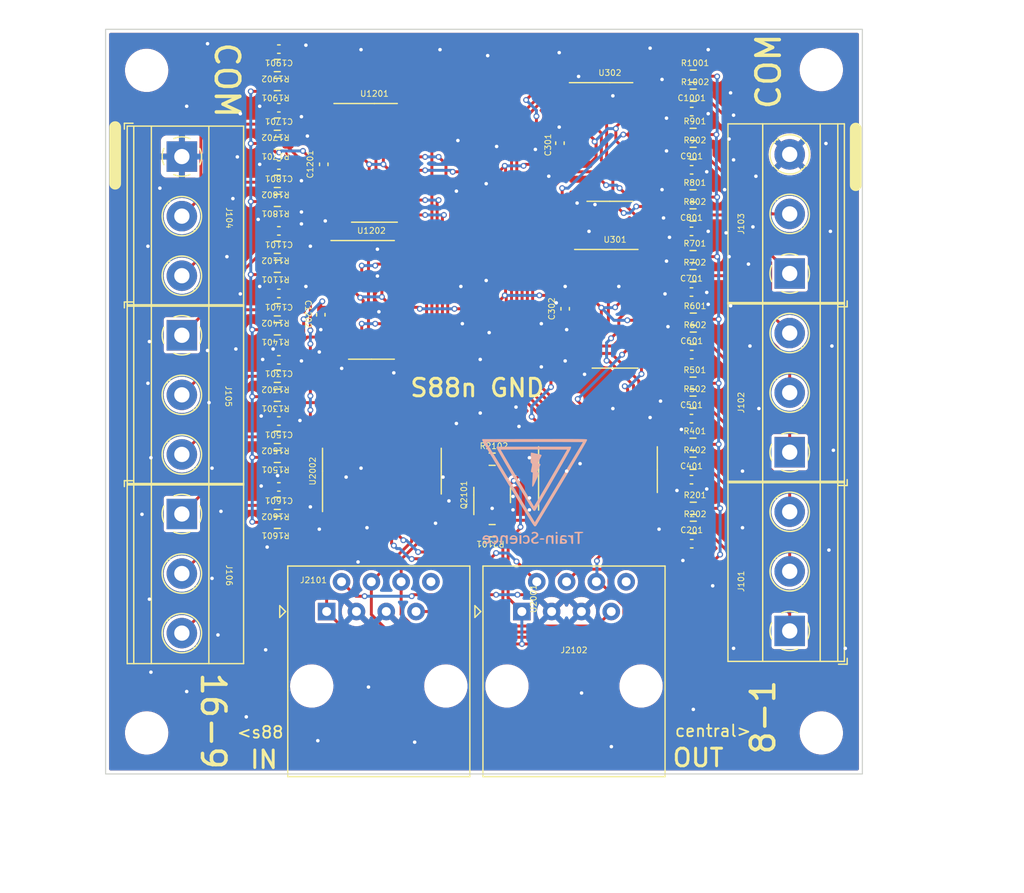
<source format=kicad_pcb>
(kicad_pcb (version 20221018) (generator pcbnew)
  (layers (0 "F.Cu" signal) (31 "B.Cu" signal) (34 "B.Paste" user) (35 "F.Paste" user) (36 "B.SilkS" user "B.Silkscreen") (37 "F.SilkS" user "F.Silkscreen") (38 "B.Mask" user) (39 "F.Mask" user) (44 "Edge.Cuts" user))
  (net 0 "")
  (net 1 "/CS1/CMOS")
  (net 2 "GND")
  (net 3 "VCC")
  (net 4 "/CS2/CMOS")
  (net 5 "/CS3/CMOS")
  (net 6 "/CS4/CMOS")
  (net 7 "/CS5/CMOS")
  (net 8 "/CS6/CMOS")
  (net 9 "/CS7/CMOS")
  (net 10 "/CS8/CMOS")
  (net 11 "/CS12/CMOS")
  (net 12 "/CS14/CMOS")
  (net 13 "/CS13/CMOS")
  (net 14 "/CS15/CMOS")
  (net 15 "/CS16/CMOS")
  (net 16 "/CS10/CMOS")
  (net 17 "/CS11/CMOS")
  (net 18 "/CS9/CMOS")
  (net 19 "/CS1/TRACK")
  (net 20 "/CS2/TRACK")
  (net 21 "/CS3/TRACK")
  (net 22 "/CS4/TRACK")
  (net 23 "/CS5/TRACK")
  (net 24 "/CS6/TRACK")
  (net 25 "/CS7/TRACK")
  (net 26 "/CS8/TRACK")
  (net 27 "/CS12/TRACK")
  (net 28 "/CS14/TRACK")
  (net 29 "/CS13/TRACK")
  (net 30 "/CS15/TRACK")
  (net 31 "/CS16/TRACK")
  (net 32 "/CS10/TRACK")
  (net 33 "/CS11/TRACK")
  (net 34 "/CS9/TRACK")
  (net 35 "/SR-latch1/Q4")
  (net 37 "/SR-latch1/Q2")
  (net 38 "/SR-latch1/Q3")
  (net 39 "/SR-latch1/Q1")
  (net 41 "/SR-latch1/Q6")
  (net 42 "/SR-latch1/Q7")
  (net 43 "/SR-latch1/Q5")
  (net 44 "/SR-latch2/Q4")
  (net 46 "/SR-latch2/Q2")
  (net 47 "/SR-latch2/Q3")
  (net 48 "/SR-latch2/Q1")
  (net 50 "/SR-latch2/Q6")
  (net 51 "/SR-latch2/Q7")
  (net 52 "/SR-latch2/Q5")
  (net 57 "/SR-latch1/Q8")
  (net 58 "/SR-latch2/Q8")
  (net 59 "/RJ45/DATA_IN")
  (net 60 "/RJ45/CLOCK")
  (net 61 "/RJ45/PL")
  (net 62 "/RJ45/RESET")
  (net 64 "Net-(J2101-Pad7)")
  (net 65 "/RJ45/DATA_OUT")
  (net 67 "Net-(Q2101-B)")
  (net 68 "Net-(U2001-Q7)")
  (footprint "Capacitor_SMD:C_0402_1005Metric" (layer "F.Cu") (at 184.7675 54.1895 180)
    (fp_text reference "C1101")
    (fp_text value "100nF")
  )
  (footprint "Capacitor_SMD:C_0402_1005Metric" (layer "F.Cu") (at 219.9545 44.016)
    (fp_text reference "C1001")
    (fp_text value "100nF")
  )
  (footprint "Capacitor_SMD:C_0402_1005Metric" (layer "F.Cu") (at 184.7675 65.1895 180)
    (fp_text reference "C1301")
    (fp_text value "100nF")
  )
  (footprint "Package_TO_SOT_SMD:SOT-23" (layer "F.Cu") (at 202.946 76.708 90)
    (fp_text reference "Q2101")
    (fp_text value "BC847")
  )
  (footprint "custom_kicad_lib_sk:R_0603_smalltext" (layer "F.Cu") (at 184.6345 60.919374 180)
    (fp_text reference "R1402")
    (fp_text value "10k")
  )
  (footprint "custom_kicad_lib_sk:R_0603_smalltext" (layer "F.Cu") (at 184.6345 55.5865 180)
    (fp_text reference "R1102")
    (fp_text value "10k")
  )
  (footprint "custom_kicad_lib_sk:R_0603_smalltext" (layer "F.Cu") (at 184.6345 45.0865 180)
    (fp_text reference "R1702")
    (fp_text value "10k")
  )
  (footprint "custom_kicad_lib_sk:R_0603_smalltext" (layer "F.Cu") (at 220.0675 51.213)
    (fp_text reference "R801")
    (fp_text value "100k")
  )
  (footprint "custom_kicad_lib_sk:R_0603_smalltext" (layer "F.Cu") (at 202.946 73.66)
    (fp_text reference "R2102")
    (fp_text value "100k")
  )
  (footprint "Capacitor_SMD:C_0402_1005Metric" (layer "F.Cu") (at 188.341 61.341 -90)
    (fp_text reference "C1202")
    (fp_text value "100nF")
  )
  (footprint "Capacitor_SMD:C_0402_1005Metric" (layer "F.Cu") (at 219.9545 64.738)
    (fp_text reference "C601")
    (fp_text value "100nF")
  )
  (footprint "Capacitor_SMD:C_0402_1005Metric" (layer "F.Cu") (at 219.944 48.98275)
    (fp_text reference "C901")
    (fp_text value "100nF")
  )
  (footprint "custom_kicad_lib_sk:R_0603_smalltext" (layer "F.Cu") (at 220.077 47.58575)
    (fp_text reference "R902")
    (fp_text value "10k")
  )
  (footprint "TerminalBlock_Phoenix:TerminalBlock_Phoenix_MKDS-1,5-3-5.08_1x03_P5.08mm_Horizontal" (layer "F.Cu") (at 228.305 88.302776 90)
    (fp_text reference "J101")
    (fp_text value "Screw_Terminal_01x03")
  )
  (footprint "custom_kicad_lib_sk:R_0603_smalltext" (layer "F.Cu") (at 220.0875 63.341)
    (fp_text reference "R602")
    (fp_text value "10k")
  )
  (footprint "custom_kicad_lib_sk:R_0603_smalltext" (layer "F.Cu") (at 184.6345 49.9675 180)
    (fp_text reference "R1802")
    (fp_text value "10k")
  )
  (footprint "Capacitor_SMD:C_0402_1005Metric" (layer "F.Cu") (at 219.9345 75.406)
    (fp_text reference "C401")
    (fp_text value "100nF")
  )
  (footprint "custom_kicad_lib_sk:R_0603_smalltext" (layer "F.Cu") (at 184.6345 57.2055 180)
    (fp_text reference "R1101")
    (fp_text value "100k")
  )
  (footprint "custom_kicad_lib_sk:R_0603_smalltext" (layer "F.Cu") (at 220.0875 42.619)
    (fp_text reference "R1002")
    (fp_text value "10k")
  )
  (footprint "custom_kicad_lib_sk:R_0603_smalltext" (layer "F.Cu") (at 184.6345 51.5865 180)
    (fp_text reference "R1801")
    (fp_text value "100k")
  )
  (footprint "TerminalBlock_Phoenix:TerminalBlock_Phoenix_MKDS-1,5-3-5.08_1x03_P5.08mm_Horizontal" (layer "F.Cu") (at 228.305 57.822776 90)
    (fp_text reference "J103")
    (fp_text value "Screw_Terminal_01x03")
  )
  (footprint "custom_kicad_lib_sk:R_0603_smalltext" (layer "F.Cu") (at 220.0875 79.47)
    (fp_text reference "R202")
    (fp_text value "10k")
  )
  (footprint "custom_kicad_lib_sk:R_0603_smalltext" (layer "F.Cu") (at 184.6345 71.800374 180)
    (fp_text reference "R1502")
    (fp_text value "10k")
  )
  (footprint "custom_kicad_lib_sk:R_0603_smalltext" (layer "F.Cu") (at 184.6345 46.7055 180)
    (fp_text reference "R1701")
    (fp_text value "100k")
  )
  (footprint "custom_kicad_lib_sk:R_0603_smalltext" (layer "F.Cu") (at 220.0675 72.39)
    (fp_text reference "R401")
    (fp_text value "100k")
  )
  (footprint "custom_kicad_lib_sk:R_0603_smalltext" (layer "F.Cu") (at 220.0675 68.802)
    (fp_text reference "R502")
    (fp_text value "10k")
  )
  (footprint "Capacitor_SMD:C_0402_1005Metric" (layer "F.Cu") (at 184.7675 38.6895 180)
    (fp_text reference "C1901")
    (fp_text value "100nF")
  )
  (footprint "TerminalBlock_Phoenix:TerminalBlock_Phoenix_MKDS-1,5-3-5.08_1x03_P5.08mm_Horizontal" (layer "F.Cu") (at 176.5 47.852 -90)
    (fp_text reference "J104")
    (fp_text value "Screw_Terminal_01x03")
  )
  (footprint "custom_kicad_lib_sk:R_0603_smalltext" (layer "F.Cu") (at 220.0675 74.009)
    (fp_text reference "R402")
    (fp_text value "10k")
  )
  (footprint "custom_kicad_lib_sk:R_0603_smalltext" (layer "F.Cu") (at 220.0675 52.832)
    (fp_text reference "R802")
    (fp_text value "10k")
  )
  (footprint "custom_kicad_lib_sk:R_0603_smalltext" (layer "F.Cu") (at 184.6345 73.419374 180)
    (fp_text reference "R1501")
    (fp_text value "100k")
  )
  (footprint "custom_kicad_lib_sk:R_0603_smalltext" (layer "F.Cu") (at 184.6345 41.7055 180)
    (fp_text reference "R1901")
    (fp_text value "100k")
  )
  (footprint "MountingHole:MountingHole_3.2mm_M3" (layer "F.Cu") (at 231 97 180)
    (fp_text reference "REF**" hide)
    (fp_text value "MountingHole_3.2mm_M3")
  )
  (footprint "TerminalBlock_Phoenix:TerminalBlock_Phoenix_MKDS-1,5-3-5.08_1x03_P5.08mm_Horizontal" (layer "F.Cu") (at 228.305 73.062776 90)
    (fp_text reference "J102")
    (fp_text value "Screw_Terminal_01x03")
  )
  (footprint "Capacitor_SMD:C_0402_1005Metric" (layer "F.Cu") (at 184.7675 59.522374 180)
    (fp_text reference "C1401")
    (fp_text value "100nF")
  )
  (footprint "Capacitor_SMD:C_0402_1005Metric" (layer "F.Cu") (at 219.9345 59.404)
    (fp_text reference "C701")
    (fp_text value "100nF")
  )
  (footprint "Capacitor_SMD:C_0402_1005Metric" (layer "F.Cu") (at 188.595 48.514 90)
    (fp_text reference "C1201")
    (fp_text value "100nF")
  )
  (footprint "Connector_RJ:RJ45_Amphenol_54602-x08_Horizontal" (layer "F.Cu") (at 205.477 86.65)
    (fp_text reference "J2102")
    (fp_text value "RJ45")
  )
  (footprint "custom_kicad_lib_sk:R_0603_smalltext" (layer "F.Cu") (at 184.6345 66.5865 180)
    (fp_text reference "R1302")
    (fp_text value "10k")
  )
  (footprint "Capacitor_SMD:C_0402_1005Metric" (layer "F.Cu") (at 208.723001 46.708001 90)
    (fp_text reference "C301")
    (fp_text value "100nF")
  )
  (footprint "custom_kicad_lib_sk:R_0603_smalltext" (layer "F.Cu") (at 202.946 79.756 180)
    (fp_text reference "R2101")
    (fp_text value "4k7")
  )
  (footprint "custom_kicad_lib_sk:R_0603_smalltext" (layer "F.Cu") (at 184.6345 68.2055 180)
    (fp_text reference "R1301")
    (fp_text value "100k")
  )
  (footprint "Capacitor_SMD:C_0402_1005Metric" (layer "F.Cu") (at 219.9545 80.867)
    (fp_text reference "C201")
    (fp_text value "100nF")
  )
  (footprint "custom_kicad_lib_sk:R_0603_smalltext" (layer "F.Cu") (at 220.0875 41)
    (fp_text reference "R1001")
    (fp_text value "100k")
  )
  (footprint "Package_SO:SOIC-16_3.9x9.9mm_P1.27mm" (layer "F.Cu") (at 192.659 60.071)
    (fp_text reference "U1202")
    (fp_text value "~")
  )
  (footprint "MountingHole:MountingHole_3.2mm_M3" (layer "F.Cu") (at 173.5 97 180)
    (fp_text reference "REF**" hide)
    (fp_text value "MountingHole_3.2mm_M3")
  )
  (footprint "Capacitor_SMD:C_0402_1005Metric" (layer "F.Cu") (at 184.7675 70.403374 180)
    (fp_text reference "C1501")
    (fp_text value "100nF")
  )
  (footprint "custom_kicad_lib_sk:R_0603_smalltext" (layer "F.Cu") (at 184.6345 79.038374 180)
    (fp_text reference "R1601")
    (fp_text value "100k")
  )
  (footprint "Package_SO:SOIC-16_3.9x9.9mm_P1.27mm" (layer "F.Cu") (at 192.913 48.387)
    (fp_text reference "U1201")
    (fp_text value "~")
  )
  (footprint "custom_kicad_lib_sk:R_0603_smalltext" (layer "F.Cu") (at 220.0875 77.851)
    (fp_text reference "R201")
    (fp_text value "100k")
  )
  (footprint "Package_SO:SOIC-16_3.9x9.9mm_P1.27mm" (layer "F.Cu") (at 213.425 60.833)
    (fp_text reference "U301")
    (fp_text value "~")
  )
  (footprint "Connector_RJ:RJ45_Amphenol_54602-x08_Horizontal" (layer "F.Cu") (at 188.84 86.65)
    (fp_text reference "J2101")
    (fp_text value "RJ45")
  )
  (footprint "Capacitor_SMD:C_0402_1005Metric" (layer "F.Cu") (at 184.7675 43.6895 180)
    (fp_text reference "C1701")
    (fp_text value "100nF")
  )
  (footprint "MountingHole:MountingHole_3.2mm_M3" (layer "F.Cu") (at 173.5 40.5 180)
    (fp_text reference "REF**" hide)
    (fp_text value "MountingHole_3.2mm_M3")
  )
  (footprint "Capacitor_SMD:C_0402_1005Metric" (layer "F.Cu") (at 184.7675 76.022374 180)
    (fp_text reference "C1601")
    (fp_text value "100nF")
  )
  (footprint "custom_kicad_lib_sk:R_0603_smalltext" (layer "F.Cu") (at 220.0675 67.183)
    (fp_text reference "R501")
    (fp_text value "100k")
  )
  (footprint "custom_kicad_lib_sk:R_0603_smalltext" (layer "F.Cu") (at 220.0675 58.007)
    (fp_text reference "R702")
    (fp_text value "10k")
  )
  (footprint "TerminalBlock_Phoenix:TerminalBlock_Phoenix_MKDS-1,5-3-5.08_1x03_P5.08mm_Horizontal" (layer "F.Cu") (at 176.5 78.332 -90)
    (fp_text reference "J106")
    (fp_text value "Screw_Terminal_01x03")
  )
  (footprint "Capacitor_SMD:C_0402_1005Metric" (layer "F.Cu") (at 219.9345 54.229)
    (fp_text reference "C801")
    (fp_text value "100nF")
  )
  (footprint "custom_kicad_lib_sk:R_0603_smalltext" (layer "F.Cu") (at 184.6345 40.0865 180)
    (fp_text reference "R1902")
    (fp_text value "10k")
  )
  (footprint "custom_kicad_lib_sk:R_0603_smalltext" (layer "F.Cu") (at 184.6345 62.538374 180)
    (fp_text reference "R1401")
    (fp_text value "100k")
  )
  (footprint "Package_SO:SOIC-16_3.9x9.9mm_P1.27mm" (layer "F.Cu") (at 212.979 46.609)
    (fp_text reference "U302")
    (fp_text value "~")
  )
  (footprint "MountingHole:MountingHole_3.2mm_M3" (layer "F.Cu") (at 231 40.437776 180)
    (fp_text reference "REF**" hide)
    (fp_text value "MountingHole_3.2mm_M3")
  )
  (footprint "custom_kicad_lib_sk:R_0603_smalltext" (layer "F.Cu") (at 220.0875 61.722)
    (fp_text reference "R601")
    (fp_text value "100k")
  )
  (footprint "Capacitor_SMD:C_0402_1005Metric" (layer "F.Cu") (at 219.9345 70.199)
    (fp_text reference "C501")
    (fp_text value "100nF")
  )
  (footprint "Capacitor_SMD:C_0402_1005Metric" (layer "F.Cu") (at 184.7675 48.5705 180)
    (fp_text reference "C1801")
    (fp_text value "100nF")
  )
  (footprint "custom_kicad_lib_sk:R_0603_smalltext" (layer "F.Cu") (at 220.0675 56.388)
    (fp_text reference "R701")
    (fp_text value "100k")
  )
  (footprint "Package_SO:SOIC-16_3.9x9.9mm_P1.27mm" (layer "F.Cu") (at 211.963 74.549 90)
    (fp_text reference "U2001")
    (fp_text value "4014")
  )
  (footprint "Package_SO:SOIC-16_3.9x9.9mm_P1.27mm" (layer "F.Cu") (at 193.548 74.676 90)
    (fp_text reference "U2002")
    (fp_text value "4014")
  )
  (footprint "custom_kicad_lib_sk:R_0603_smalltext" (layer "F.Cu") (at 220.077 45.96675)
    (fp_text reference "R901")
    (fp_text value "100k")
  )
  (footprint "TerminalBlock_Phoenix:TerminalBlock_Phoenix_MKDS-1,5-3-5.08_1x03_P5.08mm_Horizontal" (layer "F.Cu") (at 176.5 63.092 -90)
    (fp_text reference "J105")
    (fp_text value "Screw_Terminal_01x03")
  )
  (footprint "Capacitor_SMD:C_0402_1005Metric" (layer "F.Cu") (at 209.169001 60.833 90)
    (fp_text reference "C302")
    (fp_text value "100nF")
  )
  (footprint "custom_kicad_lib_sk:R_0603_smalltext" (layer "F.Cu") (at 184.6345 77.419374 180)
    (fp_text reference "R1602")
    (fp_text value "10k")
  )
  (footprint "custom_kicad_lib_sk:Train-Science logo small" (layer "B.Cu") (at 206.5 76.5 180)
    (fp_text reference "G***" hide)
    (fp_text value "LOGO" hide)
  )
  (gr_line (start 170.815 50.165) (end 170.815 45.339) (stroke (width 1)) (layer "F.SilkS"))
  (gr_line (start 233.934 50.292) (end 233.934 45.466) (stroke (width 1)) (layer "F.SilkS"))
  (gr_rect (start 170 37) (end 234.5 100.5) (stroke (width 0.1)) (fill none) (layer "Edge.Cuts"))
  (gr_text "16-9" (at 178 91.694 270) (layer "F.SilkS") (effects (font (size 2 2) (thickness 0.3)) (justify left bottom)))
  (gr_text "S88n GND" (at 201.676 68.453) (layer "F.SilkS") (effects (font (size 1.5 1.5) (thickness 0.25) bold) (justify bottom)))
  (gr_text "COM" (at 227.678 43.979776 90) (layer "F.SilkS") (effects (font (size 2 2) (thickness 0.3)) (justify left bottom)))
  (gr_text "8-1" (at 227.203 99 90) (layer "F.SilkS") (effects (font (size 2 2) (thickness 0.3)) (justify left bottom)))
  (gr_text "IN" (at 183.5 100.15) (layer "F.SilkS") (effects (font (size 1.5 1.5) (thickness 0.25) bold) (justify bottom)))
  (gr_text "OUT" (at 220.5 100) (layer "F.SilkS") (effects (font (size 1.5 1.5) (thickness 0.25) bold) (justify bottom)))
  (gr_text "central>" (at 218.44 97.409) (layer "F.SilkS") (effects (font (size 1 1)) (justify left bottom)))
  (gr_text "<s88" (at 181.102 97.536) (layer "F.SilkS") (effects (font (size 1 1)) (justify left bottom)))
  (gr_text "COM" (at 179.177 37.946 -90) (layer "F.SilkS") (effects (font (size 2 2) (thickness 0.3)) (justify left bottom)))
  (segment (start 209.65 63.661249) (end 209.948249 63.363) (width 0.25) (layer "F.Cu") (net 1))
  (segment (start 215.445125 66.982125) (end 213.106 64.643) (width 0.25) (layer "F.Cu") (net 1))
  (segment (start 209.948249 63.363) (end 212.217 63.363) (width 0.25) (layer "F.Cu") (net 1))
  (segment (start 219.175 77.851) (end 217.8925 76.5685) (width 0.25) (layer "F.Cu") (net 1))
  (segment (start 213.106 64.643) (end 209.938249 64.643) (width 0.25) (layer "F.Cu") (net 1))
  (segment (start 217.8925 71.391104) (end 217.667 71.165604) (width 0.25) (layer "F.Cu") (net 1))
  (segment (start 217.667 70.231) (end 215.445125 68.009125) (width 0.25) (layer "F.Cu") (net 1))
  (segment (start 219.175 77.851) (end 219.175 80.5675) (width 0.25) (layer "F.Cu") (net 1))
  (segment (start 211.836 58.928) (end 210.95 58.928) (width 0.25) (layer "F.Cu") (net 1))
  (segment (start 219.175 80.5675) (end 219.4745 80.867) (width 0.25) (layer "F.Cu") (net 1))
  (segment (start 212.852 62.728) (end 212.852 59.944) (width 0.25) (layer "F.Cu") (net 1))
  (segment (start 217.667 71.165604) (end 217.667 70.231) (width 0.25) (layer "F.Cu") (net 1))
  (segment (start 209.65 64.354751) (end 209.65 63.661249) (width 0.25) (layer "F.Cu") (net 1))
  (segment (start 215.445125 68.009125) (end 215.445125 66.982125) (width 0.25) (layer "F.Cu") (net 1))
  (segment (start 217.8925 76.5685) (end 217.8925 71.391104) (width 0.25) (layer "F.Cu") (net 1))
  (segment (start 212.852 59.944) (end 211.836 58.928) (width 0.25) (layer "F.Cu") (net 1))
  (segment (start 212.217 63.363) (end 212.852 62.728) (width 0.25) (layer "F.Cu") (net 1))
  (segment (start 209.938249 64.643) (end 209.65 64.354751) (width 0.25) (layer "F.Cu") (net 1))
  (via (at 186.69 44.45) (size 0.5) (drill 0.3) (layers "F.Cu" "B.Cu") (net 2))
  (via (at 199.898 70.612) (size 0.5) (drill 0.3) (layers "F.Cu" "B.Cu") (net 2))
  (via (at 222.885 54.356) (size 0.5) (drill 0.3) (layers "F.Cu" "B.Cu") (net 2))
  (via (at 202.565 39.243) (size 0.5) (drill 0.3) (layers "F.Cu" "B.Cu") (net 2))
  (via (at 221.361 38.735) (size 0.5) (drill 0.3) (layers "F.Cu" "B.Cu") (net 2))
  (via (at 209.169 65.278) (size 0.5) (drill 0.3) (layers "F.Cu" "B.Cu") (net 2))
  (via (at 202.946 77.851) (size 0.5) (drill 0.3) (layers "F.Cu" "B.Cu") (net 2))
  (via (at 223.266 42.418) (size 0.5) (drill 0.3) (layers "F.Cu" "B.Cu") (net 2))
  (via (at 213.233 69.342) (size 0.5) (drill 0.3) (layers "F.Cu" "B.Cu") (net 2))
  (via (at 210.566 93.599) (size 0.5) (drill 0.3) (layers "F.Cu" "B.Cu") (net 2))
  (via (at 178.689 64.389) (size 0.5) (drill 0.3) (layers "F.Cu" "B.Cu") (net 2))
  (via (at 179.07 74.422) (size 0.5) (drill 0.3) (layers "F.Cu" "B.Cu") (net 2))
  (via (at 217.932 62.357) (size 0.5) (drill 0.3) (layers "F.Cu" "B.Cu") (net 2))
  (via (at 217.17 79.629) (size 0.5) (drill 0.3) (layers "F.Cu" "B.Cu") (net 2))
  (via (at 201.93 69.723) (size 0.5) (drill 0.3) (layers "F.Cu" "B.Cu") (net 2))
  (via (at 179.832 78.105) (size 0.5) (drill 0.3) (layers "F.Cu" "B.Cu") (net 2))
  (via (at 200.406 62.103) (size 0.5) (drill 0.3) (layers "F.Cu" "B.Cu") (net 2))
  (via (at 200.279 58.928) (size 0.5) (drill 0.3) (layers "F.Cu" "B.Cu") (net 2))
  (via (at 213.741 58.928) (size 0.5) (drill 0.3) (layers "F.Cu" "B.Cu") (net 2))
  (via (at 213.233 42.672) (size 0.5) (drill 0.3) (layers "F.Cu" "B.Cu") (net 2))
  (via (at 218.694 76.327) (size 0.5) (drill 0.3) (layers "F.Cu" "B.Cu") (net 2))
  (via (at 222.758 50.673) (size 0.5) (drill 0.3) (layers "F.Cu" "B.Cu") (net 2))
  (via (at 223.52 89.789) (size 0.5) (drill 0.3) (layers "F.Cu" "B.Cu") (net 2))
  (via (at 224.917 64.008) (size 0.5) (drill 0.3) (layers "F.Cu" "B.Cu") (net 2))
  (via (at 183.007 53.213) (size 0.5) (drill 0.3) (layers "F.Cu" "B.Cu") (net 2))
  (via (at 202.438 58.42) (size 0.5) (drill 0.3) (layers "F.Cu" "B.Cu") (net 2))
  (via (at 186.69 52.578) (size 0.5) (drill 0.3) (layers "F.Cu" "B.Cu") (net 2))
  (via (at 183.261 75.946) (size 0.5) (drill 0.3) (layers "F.Cu" "B.Cu") (net 2))
  (via (at 173.736 63.627) (size 0.5) (drill 0.3) (layers "F.Cu" "B.Cu") (net 2))
  (via (at 181.483 44.196) (size 0.5) (drill 0.3) (layers "F.Cu" "B.Cu") (net 2))
  (via (at 198.755 75.184) (size 0.5) (drill 0.3) (layers "F.Cu" "B.Cu") (net 2))
  (via (at 173.736 85.598) (size 0.5) (drill 0.3) (layers "F.Cu" "B.Cu") (net 2))
  (via (at 187.071 58.928) (size 0.5) (drill 0.3) (layers "F.Cu" "B.Cu") (net 2))
  (via (at 181.991 95.631) (size 0.5) (drill 0.3) (layers "F.Cu" "B.Cu") (net 2))
  (via (at 205.232 70.866) (size 0.5) (drill 0.3) (layers "F.Cu" "B.Cu") (net 2))
  (via (at 183.134 58.928) (size 0.5) (drill 0.3) (layers "F.Cu" "B.Cu") (net 2))
  (via (at 206.629 47.244) (size 0.5) (drill 0.3) (layers "F.Cu" "B.Cu") (net 2))
  (via (at 224.282 74.676) (size 0.5) (drill 0.3) (layers "F.Cu" "B.Cu") (net 2))
  (via (at 199.263 77.216) (size 0.5) (drill 0.3) (layers "F.Cu" "B.Cu") (net 2))
  (via (at 186.69 65.278) (size 0.5) (drill 0.3) (layers "F.Cu" "B.Cu") (net 2))
  (via (at 202.692 62.865) (size 0.5) (drill 0.3) (layers "F.Cu" "B.Cu") (net 2))
  (via (at 225.171 53.848) (size 0.5) (drill 0.3) (layers "F.Cu" "B.Cu") (net 2))
  (via (at 198.12 79.121) (size 0.5) (drill 0.3) (layers "F.Cu" "B.Cu") (net 2))
  (via (at 179.578 88.646) (size 0.5) (drill 0.3) (layers "F.Cu" "B.Cu") (net 2))
  (via (at 193.294 61.087) (size 0.5) (drill 0.3) (layers "F.Cu" "B.Cu") (net 2))
  (via (at 221.742 84.455) (size 0.5) (drill 0.3) (layers "F.Cu" "B.Cu") (net 2))
  (via (at 192.278 79.502) (size 0.5) (drill 0.3) (layers "F.Cu" "B.Cu") (net 2))
  (via (at 193.167 55.753) (size 0.5) (drill 0.3) (layers "F.Cu" "B.Cu") (net 2))
  (via (at 231.902 64.008) (size 0.5) (drill 0.3) (layers "F.Cu" "B.Cu") (net 2))
  (via (at 173.863 73.533) (size 0.5) (drill 0.3) (layers "F.Cu" "B.Cu") (net 2))
  (via (at 204.978 69.215) (size 0.5) (drill 0.3) (layers "F.Cu" "B.Cu") (net 2))
  (via (at 180.34 56.388) (size 0.5) (drill 0.3) (layers "F.Cu" "B.Cu") (net 2))
  (via (at 209.296 62.611) (size 0.5) (drill 0.3) (layers "F.Cu" "B.Cu") (net 2))
  (via (at 191.516 82.423) (size 0.5) (drill 0.3) (layers "F.Cu" "B.Cu") (net 2))
  (via (at 208.661 45.339) (size 0.5) (drill 0.3) (layers "F.Cu" "B.Cu") (net 2))
  (via (at 186.69 53.594) (size 0.5) (drill 0.3) (layers "F.Cu" "B.Cu") (net 2))
  (via (at 184.277 64.262) (size 0.5) (drill 0.3) (layers "F.Cu" "B.Cu") (net 2))
  (via (at 223.52 48.133) (size 0.5) (drill 0.3) (layers "F.Cu" "B.Cu") (net 2))
  (via (at 190.119 65.913) (size 0.5) (drill 0.3) (layers "F.Cu" "B.Cu") (net 2))
  (via (at 181.483 59.563) (size 0.5) (drill 0.3) (layers "F.Cu" "B.Cu") (net 2))
  (via (at 209.169 58.928) (size 0.5) (drill 0.3) (layers "F.Cu" "B.Cu") (net 2))
  (via (at 207.772 49.53) (size 0.5) (drill 0.3) (layers "F.Cu" "B.Cu") (net 2))
  (via (at 184.658 75.057) (size 0.5) (drill 0.3) (layers "F.Cu" "B.Cu") (net 2))
  (via (at 207.137 65.786) (size 0.5) (drill 0.3) (layers "F.Cu" "B.Cu") (net 2))
  (via (at 190.5 75.184) (size 0.5) (drill 0.3) (layers "F.Cu" "B.Cu") (net 2))
  (via (at 209.296 74.676) (size 0.5) (drill 0.3) (layers "F.Cu" "B.Cu") (net 2))
  (via (at 188.722 53.34) (size 0.5) (drill 0.3) (layers "F.Cu" "B.Cu") (net 2))
  (via (at 225.679 69.342) (size 0.5) (drill 0.3) (layers "F.Cu" "B.Cu") (net 2))
  (via (at 206.121 77.978) (size 0.5) (drill 0.3) (layers "F.Cu" "B.Cu") (net 2))
  (via (at 231.775 54.229) (size 0.5) (drill 0.3) (layers "F.Cu" "B.Cu") (net 2))
  (via (at 223.52 44.323) (size 0.5) (drill 0.3) (layers "F.Cu" "B.Cu") (net 2))
  (via (at 183.769 81.153) (size 0.5) (drill 0.3) (layers "F.Cu" "B.Cu") (net 2))
  (via (at 173.609 55.499) (size 0.5) (drill 0.3) (layers "F.Cu" "B.Cu") (net 2))
  (via (at 210.312 41.021) (size 0.5) (drill 0.3) (layers "F.Cu" "B.Cu") (net 2))
  (via (at 200.025 46.482) (size 0.5) (drill 0.3) (layers "F.Cu" "B.Cu") (net 2))
  (via (at 217.805 56.769) (size 0.5) (drill 0.3) (layers "F.Cu" "B.Cu") (net 2))
  (via (at 188.087 97.663) (size 0.5) (drill 0.3) (layers "F.Cu" "B.Cu") (net 2))
  (via (at 202.438 50.165) (size 0.5) (drill 0.3) (layers "F.Cu" "B.Cu") (net 2))
  (via (at 188.214 79.629) (size 0.5) (drill 0.3) (layers "F.Cu" "B.Cu") (net 2))
  (via (at 217.424 50.673) (size 0.5) (drill 0.3) (layers "F.Cu" "B.Cu") (net 2))
  (via (at 224.79 57.023) (size 0.5) (drill 0.3) (layers "F.Cu" "B.Cu") (net 2))
  (via (at 186.69 49.911) (size 0.5) (drill 0.3) (layers "F.Cu" "B.Cu") (net 2))
  (via (at 187.071 38.354) (size 0.5) (drill 0.3) (layers "F.Cu" "B.Cu") (net 2))
  (via (at 180.848 51.435) (size 0.5) (drill 0.3) (layers "F.Cu" "B.Cu") (net 2))
  (via (at 210.439 74.041) (size 0.5) (drill 0.3) (layers "F.Cu" "B.Cu") (net 2))
  (via (at 216.408 38.608) (size 0.5) (drill 0.3) (layers "F.Cu" "B.Cu") (net 2))
  (via (at 233.045 89.789) (size 0.5) (drill 0.3) (layers "F.Cu" "B.Cu") (net 2))
  (via (at 192.405 93.091) (size 0.5) (drill 0.3) (layers "F.Cu" "B.Cu") (net 2))
  (via (at 196.342 97.79) (size 0.5) (drill 0.3) (layers "F.Cu" "B.Cu") (net 2))
  (via (at 217.424 41.275) (size 0.5) (drill 0.3) (layers "F.Cu" "B.Cu") (net 2))
  (via (at 183.261 69.977) (size 0.5) (drill 0.3) (layers "F.Cu" "B.Cu") (net 2))
  (via (at 174.625 50.546) (size 0.5) (drill 0.3) (layers "F.Cu" "B.Cu") (net 2))
  (via (at 211.709 51.943) (size 0.5) (drill 0.3) (layers "F.Cu" "B.Cu") (net 2))
  (via (at 183.134 48.514) (size 0.5) (drill 0.3) (layers "F.Cu" "B.Cu") (net 2))
  (via (at 183.388 65.151) (size 0.5) (drill 0.3) (layers "F.Cu" "B.Cu") (net 2))
  (via (at 221.361 54.229) (size 0.5) (drill 0.3) (layers "F.Cu" "B.Cu") (net 2))
  (via (at 224.282 79.502) (size 0.5) (drill 0.3) (layers "F.Cu" "B.Cu") (net 2))
  (via (at 186.563 70.358) (size 0.5) (drill 0.3) (layers "F.Cu" "B.Cu") (net 2))
  (via (at 207.137 62.103) (size 0.5) (drill 0.3) (layers "F.Cu" "B.Cu") (net 2))
  (via (at 217.551 53.086) (size 0.5) (drill 0.3) (layers "F.Cu" "B.Cu") (net 2))
  (via (at 208.661 38.989) (size 0.5) (drill 0.3) (layers "F.Cu" "B.Cu") (net 2))
  (via (at 181.102 64.262) (size 0.5) (drill 0.3) (layers "F.Cu" "B.Cu") (net 2))
  (via (at 223.139 46.355) (size 0.5) (drill 0.3) (layers "F.Cu" "B.Cu") (net 2))
  (via (at 221.361 44.196) (size 0.5) (drill 0.3) (layers "F.Cu" "B.Cu") (net 2))
  (via (at 223.139 56.388) (size 0.5) (drill 0.3) (layers "F.Cu" "B.Cu") (net 2))
  (via (at 188.214 64.516) (size 0.5) (drill 0.3) (layers "F.Cu" "B.Cu") (net 2))
  (via (at 188.341 62.611) (size 0.5) (drill 0.3) (layers "F.Cu" "B.Cu") (net 2))
  (via (at 219.202 82.296) (size 0.5) (drill 0.3) (layers "F.Cu" "B.Cu") (net 2))
  (via (at 218.059 54.737) (size 0.5) (drill 0.3) (layers "F.Cu" "B.Cu") (net 2))
  (via (at 183.642 89.916) (size 0.5) (drill 0.3) (layers "F.Cu" "B.Cu") (net 2))
  (via (at 176.911 93.472) (size 0.5) (drill 0.3) (layers "F.Cu" "B.Cu") (net 2))
  (via (at 191.77 74.422) (size 0.5) (drill 0.3) (layers "F.Cu" "B.Cu") (net 2))
  (via (at 210.82 66.421) (size 0.5) (drill 0.3) (layers "F.Cu" "B.Cu") (net 2))
  (via (at 217.297 68.707) (size 0.5) (drill 0.3) (layers "F.Cu" "B.Cu") (net 2))
  (via (at 206.121 73.533) (size 0.5) (drill 0.3) (layers "F.Cu" "B.Cu") (net 2))
  (via (at 198.501 38.735) (size 0.5) (drill 0.3) (layers "F.Cu" "B.Cu") (net 2))
  (via (at 221.234 59.436) (size 0.5) (drill 0.3) (layers "F.Cu" "B.Cu") (net 2))
  (via (at 203.327 46.99) (size 0.5) (drill 0.3) (layers "F.Cu" "B.Cu") (net 2))
  (via (at 221.234 49.149) (size 0.5) (drill 0.3) (layers "F.Cu" "B.Cu") (net 2))
  (via (at 173.101 78.359) (size 0.5) (drill 0.3) (layers "F.Cu" "B.Cu") (net 2))
  (via (at 208.407 60.325) (size 0.5) (drill 0.3) (layers "F.Cu" "B.Cu") (net 2))
  (via (at 232.029 72.898) (size 0.5) (drill 0.3) (layers "F.Cu" "B.Cu") (net 2))
  (via (at 221.361 60.452) (size 0.5) (drill 0.3) (layers "F.Cu" "B.Cu") (net 2))
  (via (at 217.805 47.371) (size 0.5) (drill 0.3) (layers "F.Cu" "B.Cu") (net 2))
  (via (at 217.805 44.577) (size 0.5) (drill 0.3) (layers "F.Cu" "B.Cu") (net 2))
  (via (at 223.266 60.579) (size 0.5) (drill 0.3) (layers "F.Cu" "B.Cu") (net 2))
  (via (at 219.075 71.12) (size 0.5) (drill 0.3) (layers "F.Cu" "B.Cu") (net 2))
  (via (at 231.648 81.407) (size 0.5) (drill 0.3) (layers "F.Cu" "B.Cu") (net 2))
  (via (at 211.201 54.229) (size 0.5) (drill 0.3) (layers "F.Cu" "B.Cu") (net 2))
  (via (at 204.724 77.978) (size 0.5) (drill 0.3) (layers "F.Cu" "B.Cu") (net 2))
  (via (at 179.07 83.82) (size 0.5) (drill 0.3) (layers "F.Cu" "B.Cu") (net 2))
  (via (at 176.911 43.561) (size 0.5) (drill 0.3) (layers "F.Cu" "B.Cu") (net 2))
  (via (at 220.091 94.996) (size 0.5) (drill 0.3) (layers "F.Cu" "B.Cu") (net 2))
  (via (at 173.609 67.183) (size 0.5) (drill 0.3) (layers "F.Cu" "B.Cu") (net 2))
  (via (at 187.452 55.499) (size 0.5) (drill 0.3) (layers "F.Cu" "B.Cu") (net 2))
  (via (at 231.394 46.736) (size 0.5) (drill 0.3) (layers "F.Cu" "B.Cu") (net 2))
  (via (at 181.229 47.879) (size 0.5) (drill 0.3) (layers "F.Cu" "B.Cu") (net 2))
  (via (at 204.724 76.835) (size 0.5) (drill 0.3) (layers "F.Cu" "B.Cu") (net 2))
  (via (at 187.452 77.724) (size 0.5) (drill 0.3) (layers "F.Cu" "B.Cu") (net 2))
  (via (at 217.678 59.563) (size 0.5) (drill 0.3) (layers "F.Cu" "B.Cu") (net 2))
  (via (at 187.198 46.101) (size 0.5) (drill 0.3) (layers "F.Cu" "B.Cu") (net 2))
  (via (at 216.408 70.104) (size 0.5) (drill 0.3) (layers "F.Cu" "B.Cu") (net 2))
  (via (at 225.425 49.53) (size 0.5) (drill 0.3) (layers "F.Cu" "B.Cu") (net 2))
  (via (at 199.898 50.8) (size 0.5) (drill 0.3) (layers "F.Cu" "B.Cu") (net 2))
  (via (at 206.121 76.962) (size 0.5) (drill 0.3) (layers "F.Cu" "B.Cu") (net 2))
  (via (at 193.167 58.039) (size 0.5) (drill 0.3) (layers "F.Cu" "B.Cu") (net 2))
  (via (at 191.77 38.735) (size 0.5) (drill 0.3) (layers "F.Cu" "B.Cu") (net 2))
  (via (at 178.816 68.834) (size 0.5) (drill 0.3) (layers "F.Cu" "B.Cu") (net 2))
  (via (at 201.93 65.151) (size 0.5) (drill 0.3) (layers "F.Cu" "B.Cu") (net 2))
  (via (at 173.863 91.821) (size 0.5) (drill 0.3) (layers "F.Cu" "B.Cu") (net 2))
  (via (at 194.564 66.294) (size 0.5) (drill 0.3) (layers "F.Cu" "B.Cu") (net 2))
  (via (at 178.689 38.227) (size 0.5) (drill 0.3) (layers "F.Cu" "B.Cu") (net 2))
  (via (at 210.185 51.816) (size 0.5) (drill 0.3) (layers "F.Cu" "B.Cu") (net 2))
  (via (at 183.134 43.561) (size 0.5) (drill 0.3) (layers "F.Cu" "B.Cu") (net 2))
  (via (at 213.106 98.171) (size 0.5) (drill 0.3) (layers "F.Cu" "B.Cu") (net 2))
  (via (at 221.234 76.2) (size 0.5) (drill 0.3) (layers "F.Cu" "B.Cu") (net 2))
  (segment (start 186.8775 62.923104) (end 186.46223 63.338374) (width 0.25) (layer "F.Cu") (net 3))
  (segment (start 190.438 49.022) (end 188.623 49.022) (width 0.25) (layer "F.Cu") (net 3))
  (segment (start 188.341 60.325) (end 188.468 60.198) (width 0.25) (layer "F.Cu") (net 3))
  (segment (start 204.3085 84.6745) (end 204.3085 80.588995) (width 0.25) (layer "F.Cu") (net 3))
  (segment (start 205.486 89.4165) (end 191.6065 89.4165) (width 0.25) (layer "F.Cu") (net 3))
  (segment (start 210.95 61.468) (end 209.324001 61.468) (width 0.25) (layer "F.Cu") (net 3))
  (segment (start 205.477 86.65) (end 204.3085 85.4815) (width 0.25) (layer "F.Cu") (net 3))
  (segment (start 188.496 60.706) (end 188.341 60.861) (width 0.25) (layer "F.Cu") (net 3))
  (segment (start 182.5 73.5) (end 183.641374 73.5) (width 0.25) (layer "F.Cu") (net 3))
  (segment (start 207.955901 62.5261) (end 209.169001 61.313) (width 0.25) (layer "F.Cu") (net 3))
  (segment (start 188.44 48.994) (end 186.817 47.371) (width 0.25) (layer "F.Cu") (net 3))
  (segment (start 183.6915 46.736) (end 183.722 46.7055) (width 0.25) (layer "F.Cu") (net 3))
  (segment (start 203.549249 76.583) (end 203.297249 76.835) (width 0.25) (layer "F.Cu") (net 3))
  (segment (start 186.3595 77.164104) (end 186.3595 79.508869) (width 0.25) (layer "F.Cu") (net 3))
  (segment (start 183.641374 73.5) (end 183.722 73.419374) (width 0.25) (layer "F.Cu") (net 3))
  (segment (start 208.723001 47.188001) (end 208.715392 47.188001) (width 0.25) (layer "F.Cu") (net 3))
  (segment (start 204.7875 75.5015) (end 203.706 76.583) (width 0.25) (layer "F.Cu") (net 3))
  (segment (start 207.518 72.074) (end 207.518 71.239715) (width 0.25) (layer "F.Cu") (net 3))
  (segment (start 188.341 60.861) (end 188.341 60.325) (width 0.25) (layer "F.Cu") (net 3))
  (segment (start 185.985369 79.883) (end 184.566626 79.883) (width 0.25) (layer "F.Cu") (net 3))
  (segment (start 182.372 57.912) (end 183.0155 57.912) (width 0.25) (layer "F.Cu") (net 3))
  (segment (start 186.309 80.01) (end 186.083684 79.784684) (width 0.25) (layer "F.Cu") (net 3))
  (segment (start 205.359 74.93) (end 204.7875 75.5015) (width 0.25) (layer "F.Cu") (net 3))
  (segment (start 182.372 42.291) (end 183.1365 42.291) (width 0.25) (layer "F.Cu") (net 3))
  (segment (start 182.372 46.736) (end 183.6915 46.736) (width 0.25) (layer "F.Cu") (net 3))
  (segment (start 203.297249 76.835) (end 202.601249 76.835) (width 0.25) (layer "F.Cu") (net 3))
  (segment (start 222.0565 45.974) (end 220.99675 45.974) (width 0.25) (layer "F.Cu") (net 3))
  (segment (start 206.056 72.074) (end 205.359 72.771) (width 0.25) (layer "F.Cu") (net 3))
  (segment (start 222.25 61.722) (end 221 61.722) (width 0.25) (layer "F.Cu") (net 3))
  (segment (start 188.595 48.994) (end 188.44 48.994) (width 0.25) (layer "F.Cu") (net 3))
  (segment (start 221.075 51.308) (end 220.98 51.213) (width 0.25) (layer "F.Cu") (net 3))
  (segment (start 222.123 56.388) (end 220.98 56.388) (width 0.25) (layer "F.Cu") (net 3))
  (segment (start 220.99675 45.974) (end 220.9895 45.96675) (width 0.25) (layer "F.Cu") (net 3))
  (segment (start 222.377 81.788) (end 214.7485 89.4165) (width 0.25) (layer "F.Cu") (net 3))
  (segment (start 207.518 71.239715) (end 206.315143 70.036858) (width 0.25) (layer "F.Cu") (net 3))
  (segment (start 222.102 41) (end 222.123 41.021) (width 0.25) (layer "F.Cu") (net 3))
  (segment (start 202.0335 76.267251) (end 202.0335 73.66) (width 0.25) (layer "F.Cu") (net 3))
  (segment (start 182.499 68.326) (end 183.6015 68.326) (width 0.25) (layer "F.Cu") (net 3))
  (segment (start 204.3085 80.588995) (end 205.359 79.538495) (width 0.25) (layer "F.Cu") (net 3))
  (segment (start 182.499 62.611) (end 183.649374 62.611) (width 0.25) (layer "F.Cu") (net 3))
  (segment (start 189.103 72.201) (end 189.103 74.420604) (width 0.25) (layer "F.Cu") (net 3))
  (segment (start 183.6195 51.689) (end 183.722 51.5865) (width 0.25) (layer "F.Cu") (net 3))
  (segment (start 183.6015 68.326) (end 183.722 68.2055) (width 0.25) (layer "F.Cu") (net 3))
  (segment (start 204.3085 85.4815) (end 204.3085 84.6745) (width 0.25) (layer "F.Cu") (net 3))
  (segment (start 222.25 72.39) (end 220.98 72.39) (width 0.25) (layer "F.Cu") (net 3))
  (segment (start 214.7485 89.4165) (end 205.486 89.4165) (width 0.25) (layer "F.Cu") (net 3))
  (segment (start 186.182 79.883) (end 186.309 80.01) (width 0.25) (layer "F.Cu") (net 3))
  (segment (start 183.649374 62.611) (end 183.722 62.538374) (width 0.25) (layer "F.Cu") (net 3))
  (segment (start 183.0155 57.912) (end 183.722 57.2055) (width 0.25) (layer "F.Cu") (net 3))
  (segment (start 207.955901 67.5071) (end 207.955901 62.5261) (width 0.25) (layer "F.Cu") (net 3))
  (segment (start 188.84 82.541) (end 186.309 80.01) (width 0.25) (layer "F.Cu") (net 3))
  (segment (start 188.623 49.022) (end 188.595 48.994) (width 0.25) (layer "F.Cu") (net 3))
  (segment (start 188.84 86.65) (end 188.84 82.541) (width 0.25) (layer "F.Cu") (net 3))
  (segment (start 184.5145 47.498) (end 183.722 46.7055) (width 0.25) (layer "F.Cu") (net 3))
  (segment (start 189.103 74.420604) (end 186.3595 77.164104) (width 0.25) (layer "F.Cu") (net 3))
  (segment (start 205.359 72.771) (end 205.359 74.93) (width 0.25) (layer "F.Cu") (net 3))
  (segment (start 182.538374 79.038374) (end 182.5 79) (width 0.25) (layer "F.Cu") (net 3))
  (segment (start 205.359 79.538495) (end 205.359 79.4415) (width 0.25) (layer "F.Cu") (net 3))
  (segment (start 220.2 40.2) (end 221 41) (width 0.25) (layer "F.Cu") (net 3))
  (segment (start 186.309 79.559369) (end 186.309 80.01) (width 0.25) (layer "F.Cu") (net 3))
  (segment (start 183.722 79.038374) (end 182.538374 79.038374) (width 0.25) (layer "F.Cu") (net 3))
  (segment (start 191.6065 89.4165) (end 188.84 86.65) (width 0.25) (layer "F.Cu") (net 3))
  (segment (start 209.324001 61.468) (end 209.169001 61.313) (width 0.25) (layer "F.Cu") (net 3))
  (segment (start 205.841767 43.027767) (end 208.669534 40.2) (width 0.25) (layer "F.Cu") (net 3))
  (segment (start 190.184 60.706) (end 188.496 60.706) (width 0.25) (layer "F.Cu") (net 3))
  (segment (start 202.601249 76.835) (end 202.0335 76.267251) (width 0.25) (layer "F.Cu") (net 3))
  (segment (start 222.25 67.183) (end 220.98 67.183) (width 0.25) (layer "F.Cu") (net 3))
  (segment (start 208.669534 40.2) (end 220.2 40.2) (width 0.25) (layer "F.Cu") (net 3))
  (segment (start 208.779 47.244) (end 208.723001 47.188001) (width 0.25) (layer "F.Cu") (net 3))
  (segment (start 186.3595 79.508869) (end 186.309 79.559369) (width 0.25) (layer "F.Cu") (net 3))
  (segment (start 186.083684 79.784684) (end 185.985369 79.883) (width 0.25) (layer "F.Cu") (net 3))
  (segment (start 222.377 77.851) (end 221 77.851) (width 0.25) (layer "F.Cu") (net 3))
  (segment (start 210.504 47.244) (end 208.779 47.244) (width 0.25) (layer "F.Cu") (net 3))
  (segment (start 208.715392 47.188001) (end 206.718431 45.19104) (width 0.25) (layer "F.Cu") (net 3))
  (segment (start 186.8775 61.722) (end 186.8775 62.923104) (width 0.25) (layer "F.Cu") (net 3))
  (segment (start 221 41) (end 222.102 41) (width 0.25) (layer "F.Cu") (net 3))
  (segment (start 185.985369 79.883) (end 186.182 79.883) (width 0.25) (layer "F.Cu") (net 3))
  (segment (start 186.3595 79.508869) (end 186.083684 79.784684) (width 0.25) (layer "F.Cu") (net 3))
  (segment (start 183.1365 42.291) (end 183.722 41.7055) (width 0.25) (layer "F.Cu") (net 3))
  (segment (start 184.522 63.338374) (end 183.722 62.538374) (width 0.25) (layer "F.Cu") (net 3))
  (segment (start 203.706 76.583) (end 203.549249 76.583) (width 0.25) (layer "F.Cu") (net 3))
  (segment (start 222.123 51.308) (end 221.075 51.308) (width 0.25) (layer "F.Cu") (net 3))
  (segment (start 182.372 51.689) (end 183.6195 51.689) (width 0.25) (layer "F.Cu") (net 3))
  (segment (start 184.785 47.498) (end 184.5145 47.498) (width 0.25) (layer "F.Cu") (net 3))
  (segment (start 184.566626 79.883) (end 183.722 79.038374) (width 0.25) (layer "F.Cu") (net 3))
  (segment (start 206.718431 45.19104) (end 206.718431 44.412431) (width 0.25) (layer "F.Cu") (net 3))
  (segment (start 186.46223 63.338374) (end 184.522 63.338374) (width 0.25) (layer "F.Cu") (net 3))
  (segment (start 207.518 72.074) (end 206.056 72.074) (width 0.25) (layer "F.Cu") (net 3))
  (via (at 222.25 72.39) (size 0.5) (drill 0.3) (layers "F.Cu" "B.Cu") (net 3))
  (via (at 182.499 68.326) (size 0.5) (drill 0.3) (layers "F.Cu" "B.Cu") (net 3))
  (via (at 182.5 79) (size 0.5) (drill 0.3) (layers "F.Cu" "B.Cu") (net 3))
  (via (at 182.372 57.912) (size 0.5) (drill 0.3) (layers "F.Cu" "B.Cu") (net 3))
  (via (at 182.5 73.5) (size 0.5) (drill 0.3) (layers "F.Cu" "B.Cu") (net 3))
  (via (at 186.8775 61.722) (size 0.5) (drill 0.3) (layers "F.Cu" "B.Cu") (net 3))
  (via (at 207.955901 67.5071) (size 0.5) (drill 0.3) (layers "F.Cu" "B.Cu") (net 3))
  (via (at 222.377 77.851) (size 0.5) (drill 0.3) (layers "F.Cu" "B.Cu") (net 3))
  (via (at 222.0565 45.974) (size 0.5) (drill 0.3) (layers "F.Cu" "B.Cu") (net 3))
  (via (at 222.123 56.388) (size 0.5) (drill 0.3) (layers "F.Cu" "B.Cu") (net 3))
  (via (at 182.372 42.291) (size 0.5) (drill 0.3) (layers "F.Cu" "B.Cu") (net 3))
  (via (at 222.123 51.308) (size 0.5) (drill 0.3) (layers "F.Cu" "B.Cu") (net 3))
  (via (at 184.785 47.498) (size 0.5) (drill 0.3) (layers "F.Cu" "B.Cu") (net 3))
  (via (at 205.486 89.4165) (size 0.5) (drill 0.3) (layers "F.Cu" "B.Cu") (net 3))
  (via (at 182.372 46.736) (size 0.5) (drill 0.3) (layers "F.Cu" "B.Cu") (net 3))
  (via (at 206.315143 70.036858) (size 0.5) (drill 0.3) (layers "F.Cu" "B.Cu") (net 3))
  (via (at 188.468 60.198) (size 0.5) (drill 0.3) (layers "F.Cu" "B.Cu") (net 3))
  (via (at 205.841767 43.027767) (size 0.5) (drill 0.3) (layers "F.Cu" "B.Cu") (net 3))
  (via (at 182.372 51.689) (size 0.5) (drill 0.3) (layers "F.Cu" "B.Cu") (net 3))
  (via (at 182.499 62.611) (size 0.5) (drill 0.3) (layers "F.Cu" "B.Cu") (net 3))
  (via (at 204.7875 75.5015) (size 0.5) (drill 0.3) (layers "F.Cu" "B.Cu") (net 3))
  (via (at 222.377 81.788) (size 0.5) (drill 0.3) (layers "F.Cu" "B.Cu") (net 3))
  (via (at 222.123 41.021) (size 0.5) (drill 0.3) (layers "F.Cu" "B.Cu") (net 3))
  (via (at 222.25 67.183) (size 0.5) (drill 0.3) (layers "F.Cu" "B.Cu") (net 3))
  (via (at 206.718431 44.412431) (size 0.5) (drill 0.3) (layers "F.Cu" "B.Cu") (net 3))
  (via (at 205.359 79.4415) (size 0.5) (drill 0.3) (layers "F.Cu" "B.Cu") (net 3))
  (via (at 186.817 47.371) (size 0.5) (drill 0.3) (layers "F.Cu" "B.Cu") (net 3))
  (via (at 222.25 61.722) (size 0.5) (drill 0.3) (layers "F.Cu" "B.Cu") (net 3))
  (segment (start 206.315143 70.036858) (end 206.315143 69.147858) (width 0.25) (layer "B.Cu") (net 3))
  (segment (start 222.25 77.724) (end 222.377 77.851) (width 0.25) (layer "B.Cu") (net 3))
  (segment (start 182.372 57.912) (end 182.372 51.689) (width 0.25) (layer "B.Cu") (net 3))
  (segment (start 182.372 62.484) (end 182.372 57.912) (width 0.25) (layer "B.Cu") (net 3))
  (segment (start 222.0565 51.2415) (end 222.123 51.308) (width 0.25) (layer "B.Cu") (net 3))
  (segment (start 186.817 47.371) (end 184.912 47.371) (width 0.25) (layer "B.Cu") (net 3))
  (segment (start 222.123 45.9075) (end 222.0565 45.974) (width 0.25) (layer "B.Cu") (net 3))
  (segment (start 206.718431 44.412431) (end 206.718431 43.904431) (width 0.25) (layer "B.Cu") (net 3))
  (segment (start 222.25 56.515) (end 222.25 61.722) (width 0.25) (layer "B.Cu") (net 3))
  (segment (start 188.468 60.198) (end 188.4015 60.198) (width 0.25) (layer "B.Cu") (net 3))
  (segment (start 182.372 51.689) (end 182.372 46.736) (width 0.25) (layer "B.Cu") (net 3))
  (segment (start 182.5 73.5) (end 182.5 68.327) (width 0.25) (layer "B.Cu") (net 3))
  (segment (start 182.372 46.736) (end 182.372 42.291) (width 0.25) (layer "B.Cu") (net 3))
  (segment (start 222.0565 45.974) (end 222.0565 51.2415) (width 0.25) (layer "B.Cu") (net 3))
  (segment (start 222.377 77.851) (end 222.377 81.788) (width 0.25) (layer "B.Cu") (net 3))
  (segment (start 182.5 68.327) (end 182.499 68.326) (width 0.25) (layer "B.Cu") (net 3))
  (segment (start 205.477 86.65) (end 205.477 89.4075) (width 0.25) (layer "B.Cu") (net 3))
  (segment (start 184.912 47.371) (end 184.785 47.498) (width 0.25) (layer "B.Cu") (net 3))
  (segment (start 222.25 61.722) (end 222.25 67.183) (width 0.25) (layer "B.Cu") (net 3))
  (segment (start 206.718431 43.904431) (end 205.841767 43.027767) (width 0.25) (layer "B.Cu") (net 3))
  (segment (start 222.123 41.021) (end 222.123 45.9075) (width 0.25) (layer "B.Cu") (net 3))
  (segment (start 222.123 51.308) (end 222.123 56.388) (width 0.25) (layer "B.Cu") (net 3))
  (segment (start 205.477 89.4075) (end 205.486 89.4165) (width 0.25) (layer "B.Cu") (net 3))
  (segment (start 188.4015 60.198) (end 186.8775 61.722) (width 0.25) (layer "B.Cu") (net 3))
  (segment (start 222.25 72.39) (end 222.25 77.724) (width 0.25) (layer "B.Cu") (net 3))
  (segment (start 206.315143 69.147858) (end 207.955901 67.5071) (width 0.25) (layer "B.Cu") (net 3))
  (segment (start 182.499 68.326) (end 182.499 62.611) (width 0.25) (layer "B.Cu") (net 3))
  (segment (start 222.123 56.388) (end 222.25 56.515) (width 0.25) (layer "B.Cu") (net 3))
  (segment (start 205.359 79.4415) (end 205.359 76.073) (width 0.25) (layer "B.Cu") (net 3))
  (segment (start 182.5 79) (end 182.5 73.5) (width 0.25) (layer "B.Cu") (net 3))
  (segment (start 182.499 62.611) (end 182.372 62.484) (width 0.25) (layer "B.Cu") (net 3))
  (segment (start 205.359 76.073) (end 204.7875 75.5015) (width 0.25) (layer "B.Cu") (net 3))
  (segment (start 222.25 67.183) (end 222.25 72.39) (width 0.25) (layer "B.Cu") (net 3))
  (segment (start 213.233 64.008) (end 213.878 63.363) (width 0.25) (layer "F.Cu") (net 4))
  (segment (start 218.117 64.564) (end 218.117 68.106005) (width 0.25) (layer "F.Cu") (net 4))
  (segment (start 219.155 75.1065) (end 219.4545 75.406) (width 0.25) (layer "F.Cu") (net 4))
  (segment (start 218.3425 68.331505) (end 218.3425 71.5775) (width 0.25) (layer "F.Cu") (net 4))
  (segment (start 218.117 68.106005) (end 218.3425 68.331505) (width 0.25) (layer "F.Cu") (net 4))
  (segment (start 213.878 63.363) (end 216.916 63.363) (width 0.25) (layer "F.Cu") (net 4))
  (segment (start 216.916 63.363) (end 218.117 64.564) (width 0.25) (layer "F.Cu") (net 4))
  (segment (start 219.155 72.39) (end 219.155 75.1065) (width 0.25) (layer "F.Cu") (net 4))
  (segment (start 218.3425 71.5775) (end 219.155 72.39) (width 0.25) (layer "F.Cu") (net 4))
  (segment (start 210.95 64.008) (end 213.233 64.008) (width 0.25) (layer "F.Cu") (net 4))
  (segment (start 219.155 67.183) (end 219.155 69.8995) (width 0.25) (layer "F.Cu") (net 5))
  (segment (start 218.3625 63.8035) (end 218.3625 63.811495) (width 0.25) (layer "F.Cu") (net 5))
  (segment (start 218.567 64.015995) (end 218.567 66.595) (width 0.25) (layer "F.Cu") (net 5))
  (segment (start 218.3625 63.811495) (end 218.567 64.015995) (width 0.25) (layer "F.Cu") (net 5))
  (segment (start 218.567 66.595) (end 219.155 67.183) (width 0.25) (layer "F.Cu") (net 5))
  (segment (start 215.9 62.738) (end 217.297 62.738) (width 0.25) (layer "F.Cu") (net 5))
  (segment (start 219.155 69.8995) (end 219.4545 70.199) (width 0.25) (layer "F.Cu") (net 5))
  (segment (start 217.297 62.738) (end 218.3625 63.8035) (width 0.25) (layer "F.Cu") (net 5))
  (segment (start 215.9 57.658) (end 217.17 57.658) (width 0.25) (layer "F.Cu") (net 6))
  (segment (start 219.175 61.722) (end 219.175 64.4385) (width 0.25) (layer "F.Cu") (net 6))
  (segment (start 217.17 57.658) (end 218.3425 58.8305) (width 0.25) (layer "F.Cu") (net 6))
  (segment (start 218.3425 60.8895) (end 219.175 61.722) (width 0.25) (layer "F.Cu") (net 6))
  (segment (start 219.175 64.4385) (end 219.4745 64.738) (width 0.25) (layer "F.Cu") (net 6))
  (segment (start 218.3425 58.8305) (end 218.3425 60.8895) (width 0.25) (layer "F.Cu") (net 6))
  (segment (start 212.254 48.17) (end 212.254 45.853624) (width 0.25) (layer "F.Cu") (net 7))
  (segment (start 213.233 50.927) (end 213.233 49.149) (width 0.25) (layer "F.Cu") (net 7))
  (segment (start 219.155 59.1045) (end 219.4545 59.404) (width 0.25) (layer "F.Cu") (net 7))
  (segment (start 219.155 56.388) (end 219.155 59.1045) (width 0.25) (layer "F.Cu") (net 7))
  (segment (start 219.155 56.388) (end 218.694 56.388) (width 0.25) (layer "F.Cu") (net 7))
  (segment (start 213.233 49.149) (end 212.254 48.17) (width 0.25) (layer "F.Cu") (net 7))
  (segment (start 218.694 56.388) (end 213.233 50.927) (width 0.25) (layer "F.Cu") (net 7))
  (segment (start 212.254 45.853624) (end 211.104376 44.704) (width 0.25) (layer "F.Cu") (net 7))
  (segment (start 211.104376 44.704) (end 210.504 44.704) (width 0.25) (layer "F.Cu") (net 7))
  (segment (start 211.239267 49.784) (end 214.122 52.666733) (width 0.25) (layer "F.Cu") (net 8))
  (segment (start 214.122 52.666733) (end 214.160267 52.666733) (width 0.25) (layer "F.Cu") (net 8))
  (segment (start 219.155 53.9295) (end 219.4545 54.229) (width 0.25) (layer "F.Cu") (net 8))
  (segment (start 218.431267 52.108267) (end 219.155 52.832) (width 0.25) (layer "F.Cu") (net 8))
  (segment (start 215.226733 52.108267) (end 218.431267 52.108267) (width 0.25) (layer "F.Cu") (net 8))
  (segment (start 210.504 49.784) (end 211.239267 49.784) (width 0.25) (layer "F.Cu") (net 8))
  (segment (start 219.155 51.213) (end 219.155 53.9295) (width 0.25) (layer "F.Cu") (net 8))
  (via (at 214.160267 52.666733) (size 0.5) (drill 0.3) (layers "F.Cu" "B.Cu") (net 8))
  (via (at 215.226733 52.108267) (size 0.5) (drill 0.3) (layers "F.Cu" "B.Cu") (net 8))
  (segment (start 214.668267 52.666733) (end 215.226733 52.108267) (width 0.25) (layer "B.Cu") (net 8))
  (segment (start 214.160267 52.666733) (end 214.668267 52.666733) (width 0.25) (layer "B.Cu") (net 8))
  (segment (start 217.043 46.355) (end 217.043 47.625) (width 0.25) (layer "F.Cu") (net 9))
  (segment (start 217.43125 45.96675) (end 217.043 46.355) (width 0.25) (layer "F.Cu") (net 9))
  (segment (start 217.043 47.625) (end 216.154 48.514) (width 0.25) (layer "F.Cu") (net 9))
  (segment (start 219.1645 48.68325) (end 219.464 48.98275) (width 0.25) (layer "F.Cu") (net 9))
  (segment (start 216.154 48.514) (end 215.454 48.514) (width 0.25) (layer "F.Cu") (net 9))
  (segment (start 219.1645 45.96675) (end 219.1645 48.68325) (width 0.25) (layer "F.Cu") (net 9))
  (segment (start 219.1645 45.96675) (end 217.43125 45.96675) (width 0.25) (layer "F.Cu") (net 9))
  (segment (start 218.36 43.434) (end 219.175 42.619) (width 0.25) (layer "F.Cu") (net 10))
  (segment (start 219.175 43.7165) (end 219.4745 44.016) (width 0.25) (layer "F.Cu") (net 10))
  (segment (start 219.175 41) (end 219.175 43.7165) (width 0.25) (layer "F.Cu") (net 10))
  (segment (start 215.454 43.434) (end 218.36 43.434) (width 0.25) (layer "F.Cu") (net 10))
  (segment (start 193.939 50.917) (end 196.409751 50.917) (width 0.25) (layer "F.Cu") (net 11))
  (segment (start 196.409751 50.917) (end 196.688 50.638751) (width 0.25) (layer "F.Cu") (net 11))
  (segment (start 185.547 57.2055) (end 185.547 54.489) (width 0.25) (layer "F.Cu") (net 11))
  (segment (start 193.04 51.816) (end 193.939 50.917) (width 0.25) (layer "F.Cu") (net 11))
  (segment (start 193.802 45.212) (end 195.388 45.212) (width 0.25) (layer "F.Cu") (net 11))
  (segment (start 196.399751 49.657) (end 193.802 49.657) (width 0.25) (layer "F.Cu") (net 11))
  (segment (start 185.547 54.489) (end 190.427751 54.489) (width 0.25) (layer "F.Cu") (net 11))
  (segment (start 196.688 50.638751) (end 196.688 49.945249) (width 0.25) (layer "F.Cu") (net 11))
  (segment (start 196.688 49.945249) (end 196.399751 49.657) (width 0.25) (layer "F.Cu") (net 11))
  (segment (start 193.802 49.657) (end 193.04 48.895) (width 0.25) (layer "F.Cu") (net 11))
  (segment (start 193.04 51.876751) (end 193.04 51.816) (width 0.25) (layer "F.Cu") (net 11))
  (segment (start 193.04 45.974) (end 193.802 45.212) (width 0.25) (layer "F.Cu") (net 11))
  (segment (start 185.547 54.489) (end 185.2475 54.1895) (width 0.25) (layer "F.Cu") (net 11))
  (segment (start 190.427751 54.489) (end 193.04 51.876751) (width 0.25) (layer "F.Cu") (net 11))
  (segment (start 193.04 48.895) (end 193.04 45.974) (width 0.25) (layer "F.Cu") (net 11))
  (segment (start 185.547 65.489) (end 185.2475 65.1895) (width 0.25) (layer "F.Cu") (net 12))
  (segment (start 187.191 63.246) (end 190.184 63.246) (width 0.25) (layer "F.Cu") (net 12))
  (segment (start 185.2475 65.1895) (end 187.191 63.246) (width 0.25) (layer "F.Cu") (net 12))
  (segment (start 185.547 68.2055) (end 185.547 65.489) (width 0.25) (layer "F.Cu") (net 12))
  (segment (start 186.603874 58.166) (end 190.184 58.166) (width 0.25) (layer "F.Cu") (net 13))
  (segment (start 185.2475 59.522374) (end 186.603874 58.166) (width 0.25) (layer "F.Cu") (net 13))
  (segment (start 185.547 59.821874) (end 185.2475 59.522374) (width 0.25) (layer "F.Cu") (net 13))
  (segment (start 185.547 62.538374) (end 185.547 59.821874) (width 0.25) (layer "F.Cu") (net 13))
  (segment (start 189.103 68.834) (end 189.736604 68.834) (width 0.25) (layer "F.Cu") (net 14))
  (segment (start 190.372302 68.198302) (end 191.8305 66.740104) (width 0.25) (layer "F.Cu") (net 14))
  (segment (start 185.2475 70.403374) (end 186.816874 68.834) (width 0.25) (layer "F.Cu") (net 14))
  (segment (start 192.9795 62.103) (end 195.007 62.103) (width 0.25) (layer "F.Cu") (net 14))
  (segment (start 189.736604 68.834) (end 190.372302 68.198302) (width 0.25) (layer "F.Cu") (net 14))
  (segment (start 195.007 62.103) (end 195.134 61.976) (width 0.25) (layer "F.Cu") (net 14))
  (segment (start 191.8305 66.740104) (end 191.8305 62.103) (width 0.25) (layer "F.Cu") (net 14))
  (segment (start 185.547 70.702874) (end 185.2475 70.403374) (width 0.25) (layer "F.Cu") (net 14))
  (segment (start 185.547 73.419374) (end 185.547 70.702874) (width 0.25) (layer "F.Cu") (net 14))
  (segment (start 186.816874 68.834) (end 189.103 68.834) (width 0.25) (layer "F.Cu") (net 14))
  (via (at 191.8305 62.103) (size 0.5) (drill 0.3) (layers "F.Cu" "B.Cu") (net 14))
  (via (at 192.9795 62.103) (size 0.5) (drill 0.3) (layers "F.Cu" "B.Cu") (net 14))
  (segment (start 191.8305 62.103) (end 192.9795 62.103) (width 0.25) (layer "B.Cu") (net 14))
  (segment (start 185.547 76.321874) (end 185.2475 76.022374) (width 0.25) (layer "F.Cu") (net 15))
  (segment (start 187.452 62.6715) (end 187.452 60.169124) (width 0.25) (layer "F.Cu") (net 15))
  (segment (start 191.8305 58.2325) (end 191.8305 57.15) (width 0.25) (layer "F.Cu") (net 15))
  (segment (start 187.452 73.817874) (end 187.452 69.469) (width 0.25) (layer "F.Cu") (net 15))
  (segment (start 191.262 58.801) (end 191.8305 58.2325) (width 0.25) (layer "F.Cu") (net 15))
  (segment (start 185.547 79.038374) (end 185.547 76.321874) (width 0.25) (layer "F.Cu") (net 15))
  (segment (start 185.2475 76.022374) (end 187.452 73.817874) (width 0.25) (layer "F.Cu") (net 15))
  (segment (start 188.820124 58.801) (end 191.262 58.801) (width 0.25) (layer "F.Cu") (net 15))
  (segment (start 187.452 60.169124) (end 188.820124 58.801) (width 0.25) (layer "F.Cu") (net 15))
  (segment (start 187.452 64.897) (end 187.452 63.8205) (width 0.25) (layer "F.Cu") (net 15))
  (segment (start 187.452 68.2595) (end 187.452 64.897) (width 0.25) (layer "F.Cu") (net 15))
  (segment (start 193.1065 57.023) (end 195.007 57.023) (width 0.25) (layer "F.Cu") (net 15))
  (segment (start 195.007 57.023) (end 195.134 56.896) (width 0.25) (layer "F.Cu") (net 15))
  (segment (start 192.9795 57.15) (end 193.1065 57.023) (width 0.25) (layer "F.Cu") (net 15))
  (via (at 187.452 69.469) (size 0.5) (drill 0.3) (layers "F.Cu" "B.Cu") (net 15))
  (via (at 187.452 63.8205) (size 0.5) (drill 0.3) (layers "F.Cu" "B.Cu") (net 15))
  (via (at 187.452 68.2595) (size 0.5) (drill 0.3) (layers "F.Cu" "B.Cu") (net 15))
  (via (at 187.452 62.6715) (size 0.5) (drill 0.3) (layers "F.Cu" "B.Cu") (net 15))
  (via (at 192.9795 57.15) (size 0.5) (drill 0.3) (layers "F.Cu" "B.Cu") (net 15))
  (via (at 191.8305 57.15) (size 0.5) (drill 0.3) (layers "F.Cu" "B.Cu") (net 15))
  (segment (start 187.452 63.8205) (end 187.452 62.6715) (width 0.25) (layer "B.Cu") (net 15))
  (segment (start 187.452 69.469) (end 187.452 68.2595) (width 0.25) (layer "B.Cu") (net 15))
  (segment (start 191.8305 57.15) (end 192.9795 57.15) (width 0.25) (layer "B.Cu") (net 15))
  (segment (start 185.547 43.989) (end 185.2475 43.6895) (width 0.25) (layer "F.Cu") (net 16))
  (segment (start 185.547 47.047751) (end 189.23 50.730751) (width 0.25) (layer "F.Cu") (net 16))
  (segment (start 189.738 51.562) (end 190.438 51.562) (width 0.25) (layer "F.Cu") (net 16))
  (segment (start 185.547 46.7055) (end 185.547 43.989) (width 0.25) (layer "F.Cu") (net 16))
  (segment (start 189.23 51.054) (end 189.738 51.562) (width 0.25) (layer "F.Cu") (net 16))
  (segment (start 185.547 46.7055) (end 185.547 47.047751) (width 0.25) (layer "F.Cu") (net 16))
  (segment (start 189.23 50.730751) (end 189.23 51.054) (width 0.25) (layer "F.Cu") (net 16))
  (segment (start 185.547 48.87) (end 185.2475 48.5705) (width 0.25) (layer "F.Cu") (net 17))
  (segment (start 185.547 49.9675) (end 187.7665 52.187) (width 0.25) (layer "F.Cu") (net 17))
  (segment (start 193.421 50.292) (end 195.388 50.292) (width 0.25) (layer "F.Cu") (net 17))
  (segment (start 187.7665 52.187) (end 191.526 52.187) (width 0.25) (layer "F.Cu") (net 17))
  (segment (start 185.547 51.5865) (end 185.547 48.87) (width 0.25) (layer "F.Cu") (net 17))
  (segment (start 191.526 52.187) (end 193.421 50.292) (width 0.25) (layer "F.Cu") (net 17))
  (segment (start 189.738 46.482) (end 190.438 46.482) (width 0.25) (layer "F.Cu") (net 18))
  (segment (start 185.547 42.291) (end 189.738 46.482) (width 0.25) (layer "F.Cu") (net 18))
  (segment (start 185.547 38.989) (end 185.2475 38.6895) (width 0.25) (layer "F.Cu") (net 18))
  (segment (start 185.547 41.7055) (end 185.547 42.291) (width 0.25) (layer "F.Cu") (net 18))
  (segment (start 185.547 41.7055) (end 185.547 38.989) (width 0.25) (layer "F.Cu") (net 18))
  (segment (start 228.305 88.302776) (end 228.305 86.805) (width 0.25) (layer "F.Cu") (net 19))
  (segment (start 228.305 86.805) (end 221 79.5) (width 0.25) (layer "F.Cu") (net 19))
  (segment (start 228.305 81.334) (end 228.305 83.222776) (width 0.25) (layer "F.Cu") (net 20))
  (segment (start 220.98 74.009) (end 228.305 81.334) (width 0.25) (layer "F.Cu") (net 20))
  (segment (start 228.305 78.142776) (end 228.305 76.127) (width 0.25) (layer "F.Cu") (net 21))
  (segment (start 228.305 76.127) (end 220.98 68.802) (width 0.25) (layer "F.Cu") (net 21))
  (segment (start 228.305 70.646) (end 221 63.341) (width 0.25) (layer "F.Cu") (net 22))
  (segment (start 228.305 73.062776) (end 228.305 70.646) (width 0.25) (layer "F.Cu") (net 22))
  (segment (start 222.98 58.007) (end 220.98 58.007) (width 0.25) (layer "F.Cu") (net 23))
  (segment (start 226.23 63.125874) (end 226.23 61.257) (width 0.25) (layer "F.Cu") (net 23))
  (segment (start 228.305 67.982776) (end 228.305 65.200874) (width 0.25) (layer "F.Cu") (net 23))
  (segment (start 228.305 65.200874) (end 226.23 63.125874) (width 0.25) (layer "F.Cu") (net 23))
  (segment (start 226.23 61.257) (end 222.98 58.007) (width 0.25) (layer "F.Cu") (net 23))
  (segment (start 226.68 61.277776) (end 226.68 56.881) (width 0.25) (layer "F.Cu") (net 24))
  (segment (start 222.631 52.832) (end 220.98 52.832) (width 0.25) (layer "F.Cu") (net 24))
  (segment (start 226.68 56.881) (end 222.631 52.832) (width 0.25) (layer "F.Cu") (net 24))
  (segment (start 228.305 62.902776) (end 226.68 61.277776) (width 0.25) (layer "F.Cu") (net 24))
  (segment (start 226.68 53.27625) (end 220.9895 47.58575) (width 0.25) (layer "F.Cu") (net 25))
  (segment (start 228.305 57.822776) (end 226.68 56.197776) (width 0.25) (layer "F.Cu") (net 25))
  (segment (start 226.68 56.197776) (end 226.68 53.27625) (width 0.25) (layer "F.Cu") (net 25))
  (segment (start 228.305 52.742776) (end 226.782922 52.742776) (width 0.25) (layer "F.Cu") (net 26))
  (segment (start 224.409 46.482) (end 222.631 44.704) (width 0.25) (layer "F.Cu") (net 26))
  (segment (start 222.631 44.704) (end 222.631 44.25) (width 0.25) (layer "F.Cu") (net 26))
  (segment (start 224.409 50.368854) (end 224.409 46.482) (width 0.25) (layer "F.Cu") (net 26))
  (segment (start 226.782922 52.742776) (end 224.409 50.368854) (width 0.25) (layer "F.Cu") (net 26))
  (segment (start 222.631 44.25) (end 221 42.619) (width 0.25) (layer "F.Cu") (net 26))
  (segment (start 179.475 65.197) (end 179.475 59.817) (width 0.25) (layer "F.Cu") (net 27))
  (segment (start 179.475 59.817) (end 179.4915 59.817) (width 0.25) (layer "F.Cu") (net 27))
  (segment (start 179.4915 59.817) (end 183.722 55.5865) (width 0.25) (layer "F.Cu") (net 27))
  (segment (start 176.5 68.172) (end 179.475 65.197) (width 0.25) (layer "F.Cu") (net 27))
  (segment (start 182.2065 66.5865) (end 183.722 66.5865) (width 0.25) (layer "F.Cu") (net 28))
  (segment (start 180.375 70.013396) (end 180.375 68.418) (width 0.25) (layer "F.Cu") (net 28))
  (segment (start 180.375 68.418) (end 182.2065 66.5865) (width 0.25) (layer "F.Cu") (net 28))
  (segment (start 176.5 78.332) (end 180.34 74.492) (width 0.25) (layer "F.Cu") (net 28))
  (segment (start 180.34 74.492) (end 180.34 70.048396) (width 0.25) (layer "F.Cu") (net 28))
  (segment (start 180.34 70.048396) (end 180.375 70.013396) (width 0.25) (layer "F.Cu") (net 28))
  (segment (start 179.925 69.827) (end 179.925 62.899) (width 0.25) (layer "F.Cu") (net 29))
  (segment (start 181.904626 60.919374) (end 183.722 60.919374) (width 0.25) (layer "F.Cu") (net 29))
  (segment (start 176.5 73.252) (end 179.925 69.827) (width 0.25) (layer "F.Cu") (net 29))
  (segment (start 179.925 62.899) (end 181.904626 60.919374) (width 0.25) (layer "F.Cu") (net 29))
  (segment (start 180.79 72.829) (end 181.864 71.755) (width 0.25) (layer "F.Cu") (net 30))
  (segment (start 180.79 79.122) (end 180.79 72.829) (width 0.25) (layer "F.Cu") (net 30))
  (segment (start 176.5 83.412) (end 180.79 79.122) (width 0.25) (layer "F.Cu") (net 30))
  (segment (start 181.864 71.755) (end 183.676626 71.755) (width 0.25) (layer "F.Cu") (net 30))
  (segment (start 183.676626 71.755) (end 183.722 71.800374) (width 0.25) (layer "F.Cu") (net 30))
  (segment (start 181.24 78.348) (end 181.991 77.597) (width 0.25) (layer "F.Cu") (net 31))
  (segment (start 181.991 77.597) (end 183.544374 77.597) (width 0.25) (layer "F.Cu") (net 31))
  (segment (start 176.5 88.492) (end 181.24 83.752) (width 0.25) (layer "F.Cu") (net 31))
  (segment (start 181.24 83.752) (end 181.24 78.348) (width 0.25) (layer "F.Cu") (net 31))
  (segment (start 183.544374 77.597) (end 183.722 77.419374) (width 0.25) (layer "F.Cu") (net 31))
  (segment (start 178.575 47.485) (end 178.575 55.937) (width 0.25) (layer "F.Cu") (net 32))
  (segment (start 180.9735 45.0865) (end 178.575 47.485) (width 0.25) (layer "F.Cu") (net 32))
  (segment (start 183.722 45.0865) (end 180.9735 45.0865) (width 0.25) (layer "F.Cu") (net 32))
  (segment (start 178.575 55.937) (end 176.5 58.012) (width 0.25) (layer "F.Cu") (net 32))
  (segment (start 179.025 60.567) (end 179.025 52.242) (width 0.25) (layer "F.Cu") (net 33))
  (segment (start 176.5 63.092) (end 179.025 60.567) (width 0.25) (layer "F.Cu") (net 33))
  (segment (start 183.6515 50.038) (end 183.722 49.9675) (width 0.25) (layer "F.Cu") (net 33))
  (segment (start 181.229 50.038) (end 183.6515 50.038) (width 0.25) (layer "F.Cu") (net 33))
  (segment (start 179.025 52.242) (end 181.229 50.038) (width 0.25) (layer "F.Cu") (net 33))
  (segment (start 176.5 52.932) (end 178.125 51.307) (width 0.25) (layer "F.Cu") (net 34))
  (segment (start 183.6875 40.0865) (end 183.722 40.0865) (width 0.25) (layer "F.Cu") (net 34))
  (segment (start 178.125 45.649) (end 183.6875 40.0865) (width 0.25) (layer "F.Cu") (net 34))
  (segment (start 178.125 51.307) (end 178.125 45.649) (width 0.25) (layer "F.Cu") (net 34))
  (segment (start 208.121167 68.484832) (end 206.397 66.760665) (width 0.25) (layer "F.Cu") (net 35))
  (segment (start 211.953 71.052249) (end 209.385583 68.484832) (width 0.25) (layer "F.Cu") (net 35))
  (segment (start 206.397 57.89) (end 207.899 56.388) (width 0.25) (layer "F.Cu") (net 35))
  (segment (start 211.328 77.024) (end 211.328 75.565) (width 0.25) (layer "F.Cu") (net 35))
  (segment (start 211.953 74.94) (end 211.953 71.052249) (width 0.25) (layer "F.Cu") (net 35))
  (segment (start 209.385583 68.484832) (end 208.121167 68.484832) (width 0.25) (layer "F.Cu") (net 35))
  (segment (start 211.328 75.565) (end 211.953 74.94) (width 0.25) (layer "F.Cu") (net 35))
  (segment (start 207.899 56.388) (end 210.95 56.388) (width 0.25) (layer "F.Cu") (net 35))
  (segment (start 206.397 66.760665) (end 206.397 57.89) (width 0.25) (layer "F.Cu") (net 35))
  (segment (start 215.671233 66.395767) (end 215.671233 65.506767) (width 0.25) (layer "F.Cu") (net 37))
  (segment (start 213.868 74.93) (end 213.868 77.024) (width 0.25) (layer "F.Cu") (net 37))
  (segment (start 214.493 67.681) (end 214.493 74.305) (width 0.25) (layer "F.Cu") (net 37))
  (segment (start 214.249 67.437) (end 214.493 67.681) (width 0.25) (layer "F.Cu") (net 37))
  (segment (start 215.671233 65.506767) (end 215.9 65.278) (width 0.25) (layer "F.Cu") (net 37))
  (segment (start 214.493 74.305) (end 213.868 74.93) (width 0.25) (layer "F.Cu") (net 37))
  (via (at 215.671233 66.395767) (size 0.5) (drill 0.3) (layers "F.Cu" "B.Cu") (net 37))
  (via (at 214.249 67.437) (size 0.5) (drill 0.3) (layers "F.Cu" "B.Cu") (net 37))
  (segment (start 214.249 67.437) (end 214.63 67.437) (width 0.25) (layer "B.Cu") (net 37))
  (segment (start 214.63 67.437) (end 215.671233 66.395767) (width 0.25) (layer "B.Cu") (net 37))
  (segment (start 215.9 64.008) (end 214.757 64.008) (width 0.25) (layer "F.Cu") (net 38))
  (segment (start 212.598 74.803) (end 212.598 77.024) (width 0.25) (layer "F.Cu") (net 38))
  (segment (start 211.611574 70.074427) (end 212.245178 70.074427) (width 0.25) (layer "F.Cu") (net 38))
  (segment (start 214.757 64.008) (end 214.020233 64.744767) (width 0.25) (layer "F.Cu") (net 38))
  (segment (start 213.233 74.168) (end 212.598 74.803) (width 0.25) (layer "F.Cu") (net 38))
  (segment (start 212.245178 70.074427) (end 213.233 71.062249) (width 0.25) (layer "F.Cu") (net 38))
  (segment (start 210.239109 68.525892) (end 210.239109 68.701962) (width 0.25) (layer "F.Cu") (net 38))
  (segment (start 210.239109 68.701962) (end 211.611574 70.074427) (width 0.25) (layer "F.Cu") (net 38))
  (segment (start 213.233 71.062249) (end 213.233 74.168) (width 0.25) (layer "F.Cu") (net 38))
  (via (at 214.020233 64.744767) (size 0.5) (drill 0.3) (layers "F.Cu" "B.Cu") (net 38))
  (via (at 210.239109 68.525892) (size 0.5) (drill 0.3) (layers "F.Cu" "B.Cu") (net 38))
  (segment (start 210.239109 68.525891) (end 210.239109 68.525892) (width 0.25) (layer "B.Cu") (net 38))
  (segment (start 214.020233 64.744767) (end 210.239109 68.525891) (width 0.25) (layer "B.Cu") (net 38))
  (segment (start 213.741 61.724125) (end 215.267125 60.198) (width 0.25) (layer "F.Cu") (net 39))
  (segment (start 214.995125 67.369952) (end 212.87794 65.252767) (width 0.25) (layer "F.Cu") (net 39))
  (segment (start 212.87794 65.252767) (end 212.699767 65.252767) (width 0.25) (layer "F.Cu") (net 39))
  (segment (start 215.138 77.024) (end 215.138 75.565) (width 0.25) (layer "F.Cu") (net 39))
  (segment (start 215.763 72.009) (end 215.763 68.963396) (width 0.25) (layer "F.Cu") (net 39))
  (segment (start 215.519 75.184) (end 215.763 74.94) (width 0.25) (layer "F.Cu") (net 39))
  (segment (start 215.138 75.565) (end 215.519 75.184) (width 0.25) (layer "F.Cu") (net 39))
  (segment (start 215.763 74.94) (end 215.763 72.009) (width 0.25) (layer "F.Cu") (net 39))
  (segment (start 215.763 68.963396) (end 214.995125 68.195521) (width 0.25) (layer "F.Cu") (net 39))
  (segment (start 215.267125 60.198) (end 215.9 60.198) (width 0.25) (layer "F.Cu") (net 39))
  (segment (start 214.995125 68.195521) (end 214.995125 67.369952) (width 0.25) (layer "F.Cu") (net 39))
  (segment (start 213.741 62.687534) (end 213.741 61.724125) (width 0.25) (layer "F.Cu") (net 39))
  (segment (start 213.080767 63.347767) (end 213.741 62.687534) (width 0.25) (layer "F.Cu") (net 39))
  (via (at 212.699767 65.252767) (size 0.5) (drill 0.3) (layers "F.Cu" "B.Cu") (net 39))
  (via (at 213.080767 63.347767) (size 0.5) (drill 0.3) (layers "F.Cu" "B.Cu") (net 39))
  (segment (start 213.080767 63.347767) (end 212.699767 63.728767) (width 0.25) (layer "B.Cu") (net 39))
  (segment (start 212.699767 63.728767) (end 212.699767 65.252767) (width 0.25) (layer "B.Cu") (net 39))
  (segment (start 209.472249 49.149) (end 211.5155 49.149) (width 0.25) (layer "F.Cu") (net 41))
  (segment (start 214.3155 51.054) (end 213.8075 50.546) (width 0.25) (layer "F.Cu") (net 41))
  (segment (start 205.497 67.133457) (end 205.497 53.124249) (width 0.25) (layer "F.Cu") (net 41))
  (segment (start 215.454 51.054) (end 214.3155 51.054) (width 0.25) (layer "F.Cu") (net 41))
  (segment (start 209.229543 70.866) (end 205.497 67.133457) (width 0.25) (layer "F.Cu") (net 41))
  (segment (start 205.497 53.124249) (end 209.472249 49.149) (width 0.25) (layer "F.Cu") (net 41))
  (segment (start 211.5155 49.149) (end 212.6585 50.292) (width 0.25) (layer "F.Cu") (net 41))
  (segment (start 210.058 71.374) (end 209.55 70.866) (width 0.25) (layer "F.Cu") (net 41))
  (segment (start 210.058 72.074) (end 210.058 71.374) (width 0.25) (layer "F.Cu") (net 41))
  (segment (start 209.55 70.866) (end 209.229543 70.866) (width 0.25) (layer "F.Cu") (net 41))
  (via (at 213.8075 50.546) (size 0.5) (drill 0.3) (layers "F.Cu" "B.Cu") (net 41))
  (via (at 212.6585 50.292) (size 0.5) (drill 0.3) (layers "F.Cu" "B.Cu") (net 41))
  (segment (start 212.6585 50.292) (end 213.5535 50.292) (width 0.25) (layer "B.Cu") (net 41))
  (segment (start 213.5535 50.292) (end 213.8075 50.546) (width 0.25) (layer "B.Cu") (net 41))
  (segment (start 212.704 47.858) (end 212.704 43.987249) (width 0.25) (layer "F.Cu") (net 42))
  (segment (start 208.788 71.060853) (end 208.788 72.074) (width 0.25) (layer "F.Cu") (net 42))
  (segment (start 211.515751 42.799) (end 207.519396 42.799) (width 0.25) (layer "F.Cu") (net 42))
  (segment (start 213.302 48.456) (end 212.704 47.858) (width 0.25) (layer "F.Cu") (net 42))
  (segment (start 213.683 48.456) (end 213.302 48.456) (width 0.25) (layer "F.Cu") (net 42))
  (segment (start 212.704 43.987249) (end 211.515751 42.799) (width 0.25) (layer "F.Cu") (net 42))
  (segment (start 215.011 49.784) (end 213.683 48.456) (width 0.25) (layer "F.Cu") (net 42))
  (segment (start 207.519396 42.799) (end 205.047 45.271396) (width 0.25) (layer "F.Cu") (net 42))
  (segment (start 205.047 45.271396) (end 205.047 67.319853) (width 0.25) (layer "F.Cu") (net 42))
  (segment (start 215.454 49.784) (end 215.011 49.784) (width 0.25) (layer "F.Cu") (net 42))
  (segment (start 205.047 67.319853) (end 208.788 71.060853) (width 0.25) (layer "F.Cu") (net 42))
  (segment (start 211.328 71.374) (end 209.13803 69.18403) (width 0.25) (layer "F.Cu") (net 43))
  (segment (start 205.947 66.947061) (end 205.947 54.102) (width 0.25) (layer "F.Cu") (net 43))
  (segment (start 205.947 54.102) (end 208.915 51.134) (width 0.25) (layer "F.Cu") (net 43))
  (segment (start 209.13803 69.18403) (end 208.183969 69.18403) (width 0.25) (layer "F.Cu") (net 43))
  (segment (start 211.328 72.074) (end 211.328 71.374) (width 0.25) (layer "F.Cu") (net 43))
  (segment (start 208.183969 69.18403) (end 205.947 66.947061) (width 0.25) (layer "F.Cu") (net 43))
  (segment (start 214.122 45.974) (end 215.454 45.974) (width 0.25) (layer "F.Cu") (net 43))
  (segment (start 208.915 51.134) (end 208.915 50.546) (width 0.25) (layer "F.Cu") (net 43))
  (via (at 214.122 45.974) (size 0.5) (drill 0.3) (layers "F.Cu" "B.Cu") (net 43))
  (via (at 208.915 50.546) (size 0.5) (drill 0.3) (layers "F.Cu" "B.Cu") (net 43))
  (segment (start 209.423 50.546) (end 208.915 50.546) (width 0.25) (layer "B.Cu") (net 43))
  (segment (start 213.995 45.974) (end 209.423 50.546) (width 0.25) (layer "B.Cu") (net 43))
  (segment (start 214.122 45.974) (end 213.995 45.974) (width 0.25) (layer "B.Cu") (net 43))
  (segment (start 193.538 69.353396) (end 193.538 74.686) (width 0.25) (layer "F.Cu") (net 44))
  (segment (start 193.538 74.686) (end 192.913 75.311) (width 0.25) (layer "F.Cu") (net 44))
  (segment (start 193.167 43.942) (end 193.792 44.567) (width 0.25) (layer "F.Cu") (net 44))
  (segment (start 192.913 75.311) (end 192.913 77.151) (width 0.25) (layer "F.Cu") (net 44))
  (segment (start 197.808 45.662) (end 197.808 65.083396) (width 0.25) (layer "F.Cu") (net 44))
  (segment (start 193.792 44.567) (end 196.713 44.567) (width 0.25) (layer "F.Cu") (net 44))
  (segment (start 196.713 44.567) (end 197.808 45.662) (width 0.25) (layer "F.Cu") (net 44))
  (segment (start 197.808 65.083396) (end 193.538 69.353396) (width 0.25) (layer "F.Cu") (net 44))
  (segment (start 190.438 43.942) (end 193.167 43.942) (width 0.25) (layer "F.Cu") (net 44))
  (segment (start 196.088 73.914) (end 196.088 68.076188) (width 0.25) (layer "F.Cu") (net 46))
  (segment (start 198.708 65.456188) (end 198.708 52.9565) (width 0.25) (layer "F.Cu") (net 46))
  (segment (start 198.708 52.9565) (end 198.8325 52.832) (width 0.25) (layer "F.Cu") (net 46))
  (segment (start 197.2335 52.832) (end 195.388 52.832) (width 0.25) (layer "F.Cu") (net 46))
  (segment (start 195.453 74.549) (end 196.088 73.914) (width 0.25) (layer "F.Cu") (net 46))
  (segment (start 196.088 68.076188) (end 198.708 65.456188) (width 0.25) (layer "F.Cu") (net 46))
  (segment (start 195.453 77.151) (end 195.453 74.549) (width 0.25) (layer "F.Cu") (net 46))
  (via (at 198.8325 52.832) (size 0.5) (drill 0.3) (layers "F.Cu" "B.Cu") (net 46))
  (via (at 197.2335 52.832) (size 0.5) (drill 0.3) (layers "F.Cu" "B.Cu") (net 46))
  (segment (start 198.8325 52.832) (end 197.2335 52.832) (width 0.25) (layer "B.Cu") (net 46))
  (segment (start 198.258 51.6865) (end 198.3825 51.562) (width 0.25) (layer "F.Cu") (net 47))
  (segment (start 198.258 65.269792) (end 198.258 51.6865) (width 0.25) (layer "F.Cu") (net 47))
  (segment (start 194.818 73.406) (end 194.818 68.709792) (width 0.25) (layer "F.Cu") (net 47))
  (segment (start 194.818 68.709792) (end 198.258 65.269792) (width 0.25) (layer "F.Cu") (net 47))
  (segment (start 194.183 77.151) (end 194.183 74.041) (width 0.25) (layer "F.Cu") (net 47))
  (segment (start 197.2335 51.562) (end 195.388 51.562) (width 0.25) (layer "F.Cu") (net 47))
  (segment (start 194.183 74.041) (end 194.818 73.406) (width 0.25) (layer "F.Cu") (net 47))
  (via (at 198.3825 51.562) (size 0.5) (drill 0.3) (layers "F.Cu" "B.Cu") (net 47))
  (via (at 197.2335 51.562) (size 0.5) (drill 0.3) (layers "F.Cu" "B.Cu") (net 47))
  (segment (start 198.3825 51.562) (end 197.2335 51.562) (width 0.25) (layer "B.Cu") (net 47))
  (segment (start 199.158 53.975) (end 199.4075 53.7255) (width 0.25) (layer "F.Cu") (net 48))
  (segment (start 197.358 67.442584) (end 199.158 65.642584) (width 0.25) (layer "F.Cu") (net 48))
  (segment (start 199.009 48.5055) (end 198.3825 47.879) (width 0.25) (layer "F.Cu") (net 48))
  (segment (start 199.009 52.07) (end 199.009 48.5055) (width 0.25) (layer "F.Cu") (net 48))
  (segment (start 199.4075 53.7255) (end 199.4075 52.4685) (width 0.25) (layer "F.Cu") (net 48))
  (segment (start 199.158 65.642584) (end 199.158 53.975) (width 0.25) (layer "F.Cu") (net 48))
  (segment (start 197.231 47.879) (end 195.515 47.879) (width 0.25) (layer "F.Cu") (net 48))
  (segment (start 197.358 75.057) (end 197.358 67.442584) (width 0.25) (layer "F.Cu") (net 48))
  (segment (start 199.4075 52.4685) (end 199.009 52.07) (width 0.25) (layer "F.Cu") (net 48))
  (segment (start 196.723 77.151) (end 196.723 75.692) (width 0.25) (layer "F.Cu") (net 48))
  (segment (start 196.723 75.692) (end 197.358 75.057) (width 0.25) (layer "F.Cu") (net 48))
  (segment (start 195.515 47.879) (end 195.388 47.752) (width 0.25) (layer "F.Cu") (net 48))
  (via (at 198.3825 47.879) (size 0.5) (drill 0.3) (layers "F.Cu" "B.Cu") (net 48))
  (via (at 197.231 47.879) (size 0.5) (drill 0.3) (layers "F.Cu" "B.Cu") (net 48))
  (segment (start 198.3825 47.879) (end 197.231 47.879) (width 0.25) (layer "B.Cu") (net 48))
  (segment (start 193.305 67.174792) (end 193.305 65.775) (width 0.25) (layer "F.Cu") (net 50))
  (segment (start 194.564 64.516) (end 195.134 64.516) (width 0.25) (layer "F.Cu") (net 50))
  (segment (start 193.305 65.775) (end 194.564 64.516) (width 0.25) (layer "F.Cu") (net 50))
  (segment (start 191.643 68.836792) (end 193.305 67.174792) (width 0.25) (layer "F.Cu") (net 50))
  (segment (start 191.643 72.201) (end 191.643 68.836792) (width 0.25) (layer "F.Cu") (net 50))
  (segment (start 190.373 72.201) (end 190.373 69.470396) (width 0.25) (layer "F.Cu") (net 51))
  (segment (start 190.373 69.470396) (end 192.855 66.988396) (width 0.25) (layer "F.Cu") (net 51))
  (segment (start 193.548 63.246) (end 195.134 63.246) (width 0.25) (layer "F.Cu") (net 51))
  (segment (start 192.855 66.988396) (end 192.855 63.939) (width 0.25) (layer "F.Cu") (net 51))
  (segment (start 192.855 63.939) (end 193.548 63.246) (width 0.25) (layer "F.Cu") (net 51))
  (segment (start 192.913 69.342) (end 197.358 64.897) (width 0.25) (layer "F.Cu") (net 52))
  (segment (start 196.469 59.436) (end 195.134 59.436) (width 0.25) (layer "F.Cu") (net 52))
  (segment (start 197.358 60.325) (end 196.469 59.436) (width 0.25) (layer "F.Cu") (net 52))
  (segment (start 197.358 64.897) (end 197.358 60.325) (width 0.25) (layer "F.Cu") (net 52))
  (segment (start 192.913 72.201) (end 192.913 69.342) (width 0.25) (layer "F.Cu") (net 52))
  (segment (start 208.143 71.052249) (end 204.597 67.506249) (width 0.25) (layer "F.Cu") (net 57))
  (segment (start 207.518 77.024) (end 207.518 74.676) (width 0.25) (layer "F.Cu") (net 57))
  (segment (start 207.518 74.676) (end 208.143 74.051) (width 0.25) (layer "F.Cu") (net 57))
  (segment (start 208.143 74.051) (end 208.143 71.052249) (width 0.25) (layer "F.Cu") (net 57))
  (segment (start 207.518 42.164) (end 210.504 42.164) (width 0.25) (layer "F.Cu") (net 57))
  (segment (start 204.597 45.085) (end 207.518 42.164) (width 0.25) (layer "F.Cu") (net 57))
  (segment (start 204.597 67.506249) (end 204.597 45.085) (width 0.25) (layer "F.Cu") (net 57))
  (segment (start 191.516 55.626) (end 192.405 56.515) (width 0.25) (layer "F.Cu") (net 58))
  (segment (start 189.728 74.432) (end 189.103 75.057) (width 0.25) (layer "F.Cu") (net 58))
  (segment (start 189.103 75.057) (end 189.103 77.151) (width 0.25) (layer "F.Cu") (net 58))
  (segment (start 192.405 56.515) (end 192.405 66.802) (width 0.25) (layer "F.Cu") (net 58))
  (segment (start 189.728 69.479) (end 189.728 74.432) (width 0.25) (layer "F.Cu") (net 58))
  (segment (start 190.184 55.626) (end 191.516 55.626) (width 0.25) (layer "F.Cu") (net 58))
  (segment (start 192.405 66.802) (end 189.728 69.479) (width 0.25) (layer "F.Cu") (net 58))
  (segment (start 205.105 85.217) (end 207.264 85.217) (width 0.25) (layer "F.Cu") (net 59))
  (segment (start 191.344 85.344) (end 190.11 84.11) (width 0.25) (layer "F.Cu") (net 59))
  (segment (start 213.868 74.293604) (end 213.868 72.074) (width 0.25) (layer "F.Cu") (net 59))
  (segment (start 208.153 83.72372) (end 213.223 78.65372) (width 0.25) (layer "F.Cu") (net 59))
  (segment (start 208.153 84.328) (end 208.153 83.72372) (width 0.25) (layer "F.Cu") (net 59))
  (segment (start 207.264 85.217) (end 208.153 84.328) (width 0.25) (layer "F.Cu") (net 59))
  (segment (start 203.284 85.217) (end 196.215 85.217) (width 0.25) (layer "F.Cu") (net 59))
  (segment (start 192.0755 85.344) (end 191.344 85.344) (width 0.25) (layer "F.Cu") (net 59))
  (segment (start 196.215 85.217) (end 196.088 85.344) (width 0.25) (layer "F.Cu") (net 59))
  (segment (start 213.223 78.65372) (end 213.223 74.938604) (width 0.25) (layer "F.Cu") (net 59))
  (segment (start 213.223 74.938604) (end 213.868 74.293604) (width 0.25) (layer "F.Cu") (net 59))
  (via (at 192.0755 85.344) (size 0.5) (drill 0.3) (layers "F.Cu" "B.Cu") (net 59))
  (via (at 205.105 85.217) (size 0.5) (drill 0.3) (layers "F.Cu" "B.Cu") (net 59))
  (via (at 203.284 85.217) (size 0.5) (drill 0.3) (layers "F.Cu" "B.Cu") (net 59))
  (via (at 196.088 85.344) (size 0.5) (drill 0.3) (layers "F.Cu" "B.Cu") (net 59))
  (segment (start 205.105 85.217) (end 203.284 85.217) (width 0.25) (layer "B.Cu") (net 59))
  (segment (start 196.088 85.344) (end 192.0755 85.344) (width 0.25) (layer "B.Cu") (net 59))
  (segment (start 210.77 82.627) (end 210.947 82.804) (width 0.25) (layer "F.Cu") (net 60))
  (segment (start 212.321 83.035) (end 211.201 83.035) (width 0.25) (layer "F.Cu") (net 60))
  (segment (start 210.947 82.45) (end 211.024 82.373) (width 0.25) (layer "F.Cu") (net 60))
  (segment (start 210.947 82.804) (end 211.178 83.035) (width 0.25) (layer "F.Cu") (net 60))
  (segment (start 210.947 82.804) (end 210.947 82.45) (width 0.25) (layer "F.Cu") (net 60))
  (segment (start 194.59172 88.842) (end 213.165396 88.842) (width 0.25) (layer "F.Cu") (net 60))
  (segment (start 211.201 83.035) (end 210.693 83.035) (width 0.25) (layer "F.Cu") (net 60))
  (segment (start 212.902 83.616) (end 212.321 83.035) (width 0.25) (layer "F.Cu") (net 60))
  (segment (start 196.088 80.672) (end 192.65 84.11) (width 0.25) (layer "F.Cu") (net 60))
  (segment (start 210.947 82.804) (end 210.716 83.035) (width 0.25) (layer "F.Cu") (net 60))
  (segment (start 214.622 86.018324) (end 212.902 84.298324) (width 0.25) (layer "F.Cu") (net 60))
  (segment (start 192.65 86.90028) (end 194.59172 88.842) (width 0.25) (layer "F.Cu") (net 60))
  (segment (start 212.902 84.298324) (end 212.902 83.616) (width 0.25) (layer "F.Cu") (net 60))
  (segment (start 192.65 84.11) (end 192.65 86.90028) (width 0.25) (layer "F.Cu") (net 60))
  (segment (start 196.088 75.564302) (end 196.088 80.672) (width 0.25) (layer "F.Cu") (net 60))
  (segment (start 196.723 72.201) (end 196.723 74.929302) (width 0.25) (layer "F.Cu") (net 60))
  (segment (start 210.362 83.035) (end 209.287 84.11) (width 0.25) (layer "F.Cu") (net 60))
  (segment (start 196.723 74.929302) (end 196.088 75.564302) (width 0.25) (layer "F.Cu") (net 60))
  (segment (start 210.77 82.627) (end 209.287 84.11) (width 0.25) (layer "F.Cu") (net 60))
  (segment (start 214.493 78.904) (end 211.024 82.373) (width 0.25) (layer "F.Cu") (net 60))
  (segment (start 215.138 74.928604) (end 214.493 75.573604) (width 0.25) (layer "F.Cu") (net 60))
  (segment (start 215.138 72.074) (end 215.138 74.928604) (width 0.25) (layer "F.Cu") (net 60))
  (segment (start 210.693 83.035) (end 210.362 83.035) (width 0.25) (layer "F.Cu") (net 60))
  (segment (start 211.024 82.373) (end 210.77 82.627) (width 0.25) (layer "F.Cu") (net 60))
  (segment (start 214.493 75.573604) (end 214.493 78.904) (width 0.25) (layer "F.Cu") (net 60))
  (segment (start 210.716 83.035) (end 210.693 83.035) (width 0.25) (layer "F.Cu") (net 60))
  (segment (start 214.622 87.385396) (end 214.622 86.018324) (width 0.25) (layer "F.Cu") (net 60))
  (segment (start 211.178 83.035) (end 211.201 83.035) (width 0.25) (layer "F.Cu") (net 60))
  (segment (start 213.165396 88.842) (end 214.622 87.385396) (width 0.25) (layer "F.Cu") (net 60))
  (segment (start 197.993 75.184) (end 197.348 75.829) (width 0.25) (layer "F.Cu") (net 61))
  (segment (start 195.19 86.90028) (end 195.19 84.11) (width 0.25) (layer "F.Cu") (net 61))
  (segment (start 216.408 72.074) (end 216.408 75.357249) (width 0.25) (layer "F.Cu") (net 61))
  (segment (start 214.172 87.199) (end 212.979 88.392) (width 0.25) (layer "F.Cu") (net 61))
  (segment (start 195.19 82.206396) (end 195.19 84.11) (width 0.25) (layer "F.Cu") (net 61))
  (segment (start 211.827 84.11) (end 212.07728 84.11) (width 0.25) (layer "F.Cu") (net 61))
  (segment (start 216.408 75.357249) (end 215.763 76.002249) (width 0.25) (layer "F.Cu") (net 61))
  (segment (start 214.172 86.20472) (end 214.172 87.199) (width 0.25) (layer "F.Cu") (net 61))
  (segment (start 212.979 88.392) (end 196.68172 88.392) (width 0.25) (layer "F.Cu") (net 61))
  (segment (start 212.07728 84.11) (end 214.172 86.20472) (width 0.25) (layer "F.Cu") (net 61))
  (segment (start 215.763 78.270396) (end 211.874733 82.158663) (width 0.25) (layer "F.Cu") (net 61))
  (segment (start 211.874733 82.158663) (end 211.874733 82.334733) (width 0.25) (layer "F.Cu") (net 61))
  (segment (start 197.348 80.048396) (end 195.19 82.206396) (width 0.25) (layer "F.Cu") (net 61))
  (segment (start 196.68172 88.392) (end 195.19 86.90028) (width 0.25) (layer "F.Cu") (net 61))
  (segment (start 197.348 75.829) (end 197.348 80.048396) (width 0.25) (layer "F.Cu") (net 61))
  (segment (start 197.993 72.201) (end 197.993 75.184) (width 0.25) (layer "F.Cu") (net 61))
  (segment (start 215.763 76.002249) (end 215.763 78.270396) (width 0.25) (layer "F.Cu") (net 61))
  (via (at 211.874733 82.334733) (size 0.5) (drill 0.3) (layers "F.Cu" "B.Cu") (net 61))
  (segment (start 211.874733 82.334733) (end 211.874733 84.062267) (width 0.25) (layer "B.Cu") (net 61))
  (segment (start 211.874733 84.062267) (end 211.827 84.11) (width 0.25) (layer "B.Cu") (net 61))
  (segment (start 210.504 48.514) (end 205.7485 48.514) (width 0.25) (layer "F.Cu") (net 62))
  (segment (start 204.089 59.6235) (end 204.089 48.7075) (width 0.25) (layer "F.Cu") (net 62))
  (segment (start 213.487 45.466) (end 213.487 46.482) (width 0.25) (layer "F.Cu") (net 62))
  (segment (start 211.201 48.514) (end 211.804 47.911) (width 0.25) (layer "F.Cu") (net 62))
  (segment (start 191.135 61.976) (end 191.955 61.156) (width 0.25) (layer "F.Cu") (net 62))
  (segment (start 194.183 49.022) (end 193.675 48.514) (width 0.25) (layer "F.Cu") (net 62))
  (segment (start 190.184 61.976) (end 191.135 61.976) (width 0.25) (layer "F.Cu") (net 62))
  (segment (start 211.709 60.198) (end 210.95 60.198) (width 0.25) (layer "F.Cu") (net 62))
  (segment (start 215.556204 61.811796) (end 215.9 61.468) (width 0.25) (layer "F.Cu") (net 62))
  (segment (start 203.8585 73.66) (end 204.147 73.3715) (width 0.25) (layer "F.Cu") (net 62))
  (segment (start 191.955 60.127604) (end 191.707198 59.879802) (width 0.25) (layer "F.Cu") (net 62))
  (segment (start 213.487 45.339) (end 213.487 45.466) (width 0.25) (layer "F.Cu") (net 62))
  (segment (start 210.95 60.198) (end 210.185 60.198) (width 0.25) (layer "F.Cu") (net 62))
  (segment (start 195.388 49.022) (end 194.183 49.022) (width 0.25) (layer "F.Cu") (net 62))
  (segment (start 194.691 46.482) (end 193.675 47.498) (width 0.25) (layer "F.Cu") (net 62))
  (segment (start 215.454 44.704) (end 214.122 44.704) (width 0.25) (layer "F.Cu") (net 62))
  (segment (start 195.134 60.706) (end 194.437 60.706) (width 0.25) (layer "F.Cu") (net 62))
  (segment (start 202.946 74.5725) (end 203.8585 73.66) (width 0.25) (layer "F.Cu") (net 62))
  (segment (start 191.955 61.156) (end 191.955 60.127604) (width 0.25) (layer "F.Cu") (net 62))
  (segment (start 212.25 62.07) (end 212.25 60.739) (width 0.25) (layer "F.Cu") (net 62))
  (segment (start 211.582 62.738) (end 212.25 62.07) (width 0.25) (layer "F.Cu") (net 62))
  (segment (start 203.5145 49.149) (end 204.0225 48.641) (width 0.25) (layer "F.Cu") (net 62))
  (segment (start 214.122 44.704) (end 213.487 45.339) (width 0.25) (layer "F.Cu") (net 62))
  (segment (start 191.263396 59.436) (end 190.184 59.436) (width 0.25) (layer "F.Cu") (net 62))
  (segment (start 214.465795 61.811796) (end 215.556204 61.811796) (width 0.25) (layer "F.Cu") (net 62))
  (segment (start 191.707198 59.879802) (end 191.263396 59.436) (width 0.25) (layer "F.Cu") (net 62))
  (segment (start 211.201 45.974) (end 210.504 45.974) (width 0.25) (layer "F.Cu") (net 62))
  (segment (start 193.548 59.817) (end 193.548 59.055) (width 0.25) (layer "F.Cu") (net 62))
  (segment (start 209.677 59.69) (end 206.9715 59.69) (width 0.25) (layer "F.Cu") (net 62))
  (segment (start 192.4655 49.7235) (end 192.4655 48.514) (width 0.25) (layer "F.Cu") (net 62))
  (segment (start 202.946 75.7705) (end 202.946 74.5725) (width 0.25) (layer "F.Cu") (net 62))
  (segment (start 199.7325 60.833) (end 202.8795 60.833) (width 0.25) (layer "F.Cu") (net 62))
  (segment (start 195.134 60.706) (end 196.6565 60.706) (width 0.25) (layer "F.Cu") (net 62))
  (segment (start 211.804 47.911) (end 211.804 46.99) (width 0.25) (layer "F.Cu") (net 62))
  (segment (start 204.0225 59.69) (end 204.089 59.6235) (width 0.25) (layer "F.Cu") (net 62))
  (segment (start 211.804 46.7015) (end 211.804 46.99) (width 0.25) (layer "F.Cu") (net 62))
  (segment (start 211.804 46.577) (end 211.201 45.974) (width 0.25) (layer "F.Cu") (net 62))
  (segment (start 193.548 59.055) (end 194.437 58.166) (width 0.25) (layer "F.Cu") (net 62))
  (segment (start 205.7485 48.514) (end 205.6215 48.641) (width 0.25) (layer "F.Cu") (net 62))
  (segment (start 204.089 48.7075) (end 204.0225 48.641) (width 0.25) (layer "F.Cu") (net 62))
  (segment (start 199.5835 49.149) (end 203.5145 49.149) (width 0.25) (layer "F.Cu") (net 62))
  (segment (start 195.388 46.482) (end 194.691 46.482) (width 0.25) (layer "F.Cu") (net 62))
  (segment (start 193.675 47.498) (end 193.675 48.514) (width 0.25) (layer "F.Cu") (net 62))
  (segment (start 212.25 60.739) (end 211.709 60.198) (width 0.25) (layer "F.Cu") (net 62))
  (segment (start 194.437 58.166) (end 195.134 58.166) (width 0.25) (layer "F.Cu") (net 62))
  (segment (start 196.6565 60.706) (end 196.7835 60.833) (width 0.25) (layer "F.Cu") (net 62))
  (segment (start 210.185 60.198) (end 209.677 59.69) (width 0.25) (layer "F.Cu") (net 62))
  (segment (start 215.2045 58.928) (end 215.9 58.928) (width 0.25) (layer "F.Cu") (net 62))
  (segment (start 191.7035 47.752) (end 192.4655 48.514) (width 0.25) (layer "F.Cu") (net 62))
  (segment (start 190.438 47.752) (end 191.7035 47.752) (width 0.25) (layer "F.Cu") (net 62))
  (segment (start 210.504 48.514) (end 211.201 48.514) (width 0.25) (layer "F.Cu") (net 62))
  (segment (start 210.95 62.738) (end 211.582 62.738) (width 0.25) (layer "F.Cu") (net 62))
  (segment (start 211.804 46.99) (end 211.804 46.577) (width 0.25) (layer "F.Cu") (net 62))
  (segment (start 214.249 47.244) (end 215.454 47.244) (width 0.25) (layer "F.Cu") (net 62))
  (segment (start 213.487 46.482) (end 214.249 47.244) (width 0.25) (layer "F.Cu") (net 62))
  (segment (start 190.438 50.292) (end 191.897 50.292) (width 0.25) (layer "F.Cu") (net 62))
  (segment (start 191.897 50.292) (end 192.4655 49.7235) (width 0.25) (layer "F.Cu") (net 62))
  (segment (start 213.4265 60.706) (end 215.2045 58.928) (width 0.25) (layer "F.Cu") (net 62))
  (segment (start 195.388 49.022) (end 197.2335 49.022) (width 0.25) (layer "F.Cu") (net 62))
  (segment (start 211.6795 46.577) (end 211.804 46.7015) (width 0.25) (layer "F.Cu") (net 62))
  (segment (start 204.147 73.3715) (end 204.147 59.8145) (width 0.25) (layer "F.Cu") (net 62))
  (segment (start 194.437 60.706) (end 193.548 59.817) (width 0.25) (layer "F.Cu") (net 62))
  (segment (start 204.147 59.8145) (end 204.0225 59.69) (width 0.25) (layer "F.Cu") (net 62))
  (segment (start 202.8795 60.833) (end 204.0225 59.69) (width 0.25) (layer "F.Cu") (net 62))
  (via (at 213.4265 60.706) (size 0.5) (drill 0.3) (layers "F.Cu" "B.Cu") (net 62))
  (via (at 197.2335 49.022) (size 0.5) (drill 0.3) (layers "F.Cu" "B.Cu") (net 62))
  (via (at 205.6215 48.641) (size 0.5) (drill 0.3) (layers "F.Cu" "B.Cu") (net 62))
  (via (at 214.465795 61.811796) (size 0.5) (drill 0.3) (layers "F.Cu" "B.Cu") (net 62))
  (via (at 204.0225 59.69) (size 0.5) (drill 0.3) (layers "F.Cu" "B.Cu") (net 62))
  (via (at 193.675 48.514) (size 0.5) (drill 0.3) (layers "F.Cu" "B.Cu") (net 62))
  (via (at 211.6795 46.577) (size 0.5) (drill 0.3) (layers "F.Cu" "B.Cu") (net 62))
  (via (at 206.9715 59.69) (size 0.5) (drill 0.3) (layers "F.Cu" "B.Cu") (net 62))
  (via (at 196.7835 60.833) (size 0.5) (drill 0.3) (layers "F.Cu" "B.Cu") (net 62))
  (via (at 192.4655 48.514) (size 0.5) (drill 0.3) (layers "F.Cu" "B.Cu") (net 62))
  (via (at 193.548 59.817) (size 0.5) (drill 0.3) (layers "F.Cu" "B.Cu") (net 62))
  (via (at 213.487 45.466) (size 0.5) (drill 0.3) (layers "F.Cu" "B.Cu") (net 62))
  (via (at 204.0225 48.641) (size 0.5) (drill 0.3) (layers "F.Cu" "B.Cu") (net 62))
  (via (at 212.25 60.739) (size 0.5) (drill 0.3) (layers "F.Cu" "B.Cu") (net 62))
  (via (at 199.5835 49.149) (size 0.5) (drill 0.3) (layers "F.Cu" "B.Cu") (net 62))
  (via (at 191.707198 59.879802) (size 0.5) (drill 0.3) (layers "F.Cu" "B.Cu") (net 62))
  (via (at 199.7325 60.833) (size 0.5) (drill 0.3) (layers "F.Cu" "B.Cu") (net 62))
  (segment (start 213.322796 61.811796) (end 214.465795 61.811796) (width 0.25) (layer "B.Cu") (net 62))
  (segment (start 206.9715 59.69) (end 204.0225 59.69) (width 0.25) (layer "B.Cu") (net 62))
  (segment (start 191.77 59.817) (end 191.707198 59.879802) (width 0.25) (layer "B.Cu") (net 62))
  (segment (start 193.675 48.514) (end 192.4655 48.514) (width 0.25) (layer "B.Cu") (net 62))
  (segment (start 197.2335 49.022) (end 199.4565 49.022) (width 0.25) (layer "B.Cu") (net 62))
  (segment (start 196.7835 60.833) (end 199.7325 60.833) (width 0.25) (layer "B.Cu") (net 62))
  (segment (start 193.548 59.817) (end 191.77 59.817) (width 0.25) (layer "B.Cu") (net 62))
  (segment (start 212.7905 45.466) (end 211.6795 46.577) (width 0.25) (layer "B.Cu") (net 62))
  (segment (start 212.25 60.739) (end 213.322796 61.811796) (width 0.25) (layer "B.Cu") (net 62))
  (segment (start 199.4565 49.022) (end 199.5835 49.149) (width 0.25) (layer "B.Cu") (net 62))
  (segment (start 213.3935 60.739) (end 213.4265 60.706) (width 0.25) (layer "B.Cu") (net 62))
  (segment (start 212.25 60.739) (end 213.3935 60.739) (width 0.25) (layer "B.Cu") (net 62))
  (segment (start 213.487 45.466) (end 212.7905 45.466) (width 0.25) (layer "B.Cu") (net 62))
  (segment (start 205.6215 48.641) (end 204.0225 48.641) (width 0.25) (layer "B.Cu") (net 62))
  (segment (start 211.863 87.884) (end 213.097 86.65) (width 0.25) (layer "F.Cu") (net 64))
  (segment (start 203.454 87.1815) (end 203.545 87.1815) (width 0.25) (layer "F.Cu") (net 64))
  (segment (start 203.545 87.1815) (end 203.8585 86.868) (width 0.25) (layer "F.Cu") (net 64))
  (segment (start 203.454 87.1815) (end 203.1325 87.1815) (width 0.25) (layer "F.Cu") (net 64))
  (segment (start 204.561 87.884) (end 211.863 87.884) (width 0.25) (layer "F.Cu") (net 64))
  (segment (start 202.601 86.65) (end 202.311 86.65) (width 0.25) (layer "F.Cu") (net 64))
  (segment (start 203.1325 87.1815) (end 202.601 86.65) (width 0.25) (layer "F.Cu") (net 64))
  (segment (start 202.311 86.65) (end 196.46 86.65) (width 0.25) (layer "F.Cu") (net 64))
  (segment (start 203.8585 79.756) (end 203.8585 86.868) (width 0.25) (layer "F.Cu") (net 64))
  (segment (start 203.8585 86.868) (end 203.8585 86.995) (width 0.25) (layer "F.Cu") (net 64))
  (segment (start 203.8585 87.1815) (end 204.561 87.884) (width 0.25) (layer "F.Cu") (net 64))
  (segment (start 203.8585 86.995) (end 203.8585 87.1815) (width 0.25) (layer "F.Cu") (net 64))
  (segment (start 203.8585 87.1815) (end 203.454 87.1815) (width 0.25) (layer "F.Cu") (net 64))
  (segment (start 193.005 78.451) (end 194.378 79.824) (width 0.25) (layer "F.Cu") (net 65))
  (segment (start 191.643 77.527751) (end 192.566249 78.451) (width 0.25) (layer "F.Cu") (net 65))
  (segment (start 192.566249 78.451) (end 193.005 78.451) (width 0.25) (layer "F.Cu") (net 65))
  (segment (start 205.019 82.382) (end 206.747 84.11) (width 0.25) (layer "F.Cu") (net 65))
  (segment (start 198.267569 82.148431) (end 196.108569 82.148431) (width 0.25) (layer "F.Cu") (net 65))
  (segment (start 203.284 81.661) (end 202.903 82.042) (width 0.25) (layer "F.Cu") (net 65))
  (segment (start 191.643 77.151) (end 191.643 77.527751) (width 0.25) (layer "F.Cu") (net 65))
  (segment (start 194.378 79.824) (end 194.378 80.84) (width 0.25) (layer "F.Cu") (net 65))
  (segment (start 194.378 80.84) (end 194.564 81.026) (width 0.25) (layer "F.Cu") (net 65))
  (segment (start 202.903 82.042) (end 198.374 82.042) (width 0.25) (layer "F.Cu") (net 65))
  (segment (start 198.374 82.042) (end 198.267569 82.148431) (width 0.25) (layer "F.Cu") (net 65))
  (segment (start 196.108569 82.148431) (end 196.088 82.169) (width 0.25) (layer "F.Cu") (net 65))
  (via (at 203.284 81.661) (size 0.5) (drill 0.3) (layers "F.Cu" "B.Cu") (net 65))
  (via (at 205.019 82.382) (size 0.5) (drill 0.3) (layers "F.Cu" "B.Cu") (net 65))
  (via (at 194.564 81.026) (size 0.5) (drill 0.3) (layers "F.Cu" "B.Cu") (net 65))
  (via (at 196.088 82.169) (size 0.5) (drill 0.3) (layers "F.Cu" "B.Cu") (net 65))
  (segment (start 195.961 82.169) (end 195.072 81.28) (width 0.25) (layer "B.Cu") (net 65))
  (segment (start 205.019 82.382) (end 204.298 81.661) (width 0.25) (layer "B.Cu") (net 65))
  (segment (start 195.072 81.28) (end 194.818 81.28) (width 0.25) (layer "B.Cu") (net 65))
  (segment (start 204.298 81.661) (end 203.284 81.661) (width 0.25) (layer "B.Cu") (net 65))
  (segment (start 194.818 81.28) (end 194.564 81.026) (width 0.25) (layer "B.Cu") (net 65))
  (segment (start 196.088 82.169) (end 195.961 82.169) (width 0.25) (layer "B.Cu") (net 65))
  (segment (start 202.0335 79.756) (end 202.0335 77.683) (width 0.25) (layer "F.Cu") (net 67))
  (segment (start 202.0335 77.683) (end 201.996 77.6455) (width 0.25) (layer "F.Cu") (net 67))
  (segment (start 203.046 79.285505) (end 203.464505 78.867) (width 0.25) (layer "F.Cu") (net 68))
  (segment (start 203.046 80.226495) (end 203.046 79.285505) (width 0.25) (layer "F.Cu") (net 68))
  (segment (start 203.464505 78.867) (end 209.55 78.867) (width 0.25) (layer "F.Cu") (net 68))
  (segment (start 195.453 72.201) (end 195.453 73.912604) (width 0.25) (layer "F.Cu") (net 68))
  (segment (start 196.635431 81.573431) (end 201.699064 81.573431) (width 0.25) (layer "F.Cu") (net 68))
  (segment (start 209.55 78.867) (end 210.058 78.359) (width 0.25) (layer "F.Cu") (net 68))
  (segment (start 201.699064 81.573431) (end 203.046 80.226495) (width 0.25) (layer "F.Cu") (net 68))
  (segment (start 194.828 80.02) (end 195.377767 80.569767) (width 0.25) (layer "F.Cu") (net 68))
  (segment (start 194.828 74.537604) (end 194.828 80.02) (width 0.25) (layer "F.Cu") (net 68))
  (segment (start 195.453 73.912604) (end 194.828 74.537604) (width 0.25) (layer "F.Cu") (net 68))
  (segment (start 210.058 78.359) (end 210.058 77.024) (width 0.25) (layer "F.Cu") (net 68))
  (via (at 196.635431 81.573431) (size 0.5) (drill 0.3) (layers "F.Cu" "B.Cu") (net 68))
  (via (at 195.377767 80.569767) (size 0.5) (drill 0.3) (layers "F.Cu" "B.Cu") (net 68))
  (segment (start 195.377767 80.569767) (end 195.631767 80.569767) (width 0.25) (layer "B.Cu") (net 68))
  (segment (start 195.631767 80.569767) (end 196.635431 81.573431) (width 0.25) (layer "B.Cu") (net 68))
  (zone (net 2) (net_name "GND") (layers "F&B.Cu") (connect_pads (clearance 0.25)) (min_thickness 0.25) (fill yes (thermal_gap 0.5) (thermal_bridge_width 0.5))
    (polygon (pts (xy 235 36.5) (xy 235 101) (xy 169 101) (xy 161 34.5)))
  )
)
</source>
